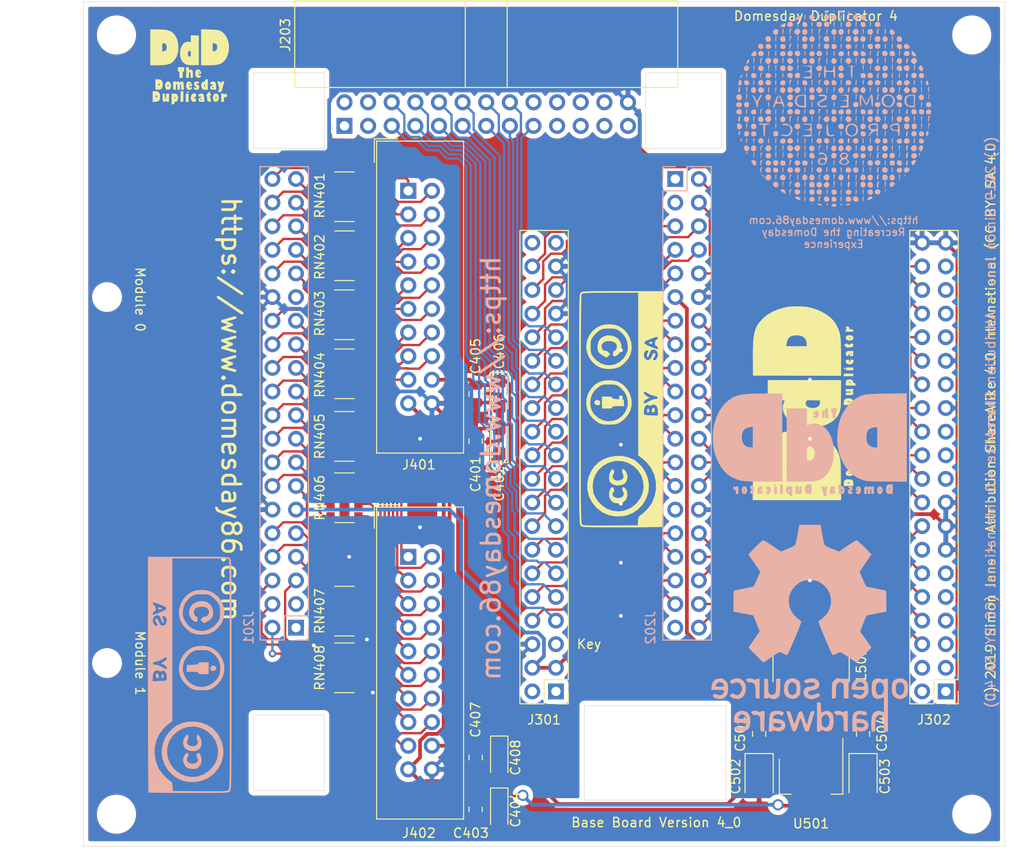
<source format=kicad_pcb>
(kicad_pcb (version 20171130) (host pcbnew "(5.1.4)-1")
  (layers (0 F.Cu signal) (31 B.Cu signal) (34 B.Paste user) (35 F.Paste user) (36 B.SilkS user) (37 F.SilkS user) (38 B.Mask user) (39 F.Mask user) (44 Edge.Cuts user))
  (net 0 "")
  (net 1 +5VA)
  (net 2 GND)
  (net 3 +3.3VA)
  (net 4 "/Cypress FX3/USB_PCLK")
  (net 5 "/Cypress FX3/USB_DATA31")
  (net 6 "/Cypress FX3/USB_DATA30")
  (net 7 "/Cypress FX3/USB_DATA29")
  (net 8 "/Cypress FX3/USB_DATA28")
  (net 9 "/Cypress FX3/USB_DATA27")
  (net 10 "/Cypress FX3/USB_DATA26")
  (net 11 "/Cypress FX3/USB_DATA25")
  (net 12 "/Cypress FX3/USB_DATA24")
  (net 13 "/Cypress FX3/USB_DATA23")
  (net 14 "/Cypress FX3/USB_DATA22")
  (net 15 "/Cypress FX3/USB_DATA21")
  (net 16 "/Cypress FX3/USB_DATA20")
  (net 17 "/Cypress FX3/USB_DATA19")
  (net 18 "/Cypress FX3/USB_DATA18")
  (net 19 "/Cypress FX3/USB_DATA17")
  (net 20 "/Cypress FX3/USB_DATA16")
  (net 21 "/Cypress FX3/USB_DATA15")
  (net 22 "/Cypress FX3/USB_DATA14")
  (net 23 "/Cypress FX3/USB_DATA13")
  (net 24 "/Cypress FX3/USB_DATA12")
  (net 25 "/Cypress FX3/USB_DATA11")
  (net 26 "/Cypress FX3/USB_DATA10")
  (net 27 "/Cypress FX3/USB_DATA9")
  (net 28 "/Cypress FX3/USB_DATA8")
  (net 29 +5V)
  (net 30 "/Cypress FX3/USB_DATA7")
  (net 31 "/Cypress FX3/USB_DATA6")
  (net 32 "/Cypress FX3/USB_DATA5")
  (net 33 "/Cypress FX3/USB_DATA4")
  (net 34 "/Cypress FX3/USB_DATA3")
  (net 35 "/Cypress FX3/USB_DATA2")
  (net 36 "/Cypress FX3/USB_DATA1")
  (net 37 "/Cypress FX3/USB_DATA0")
  (net 38 /DE0-Nano/MOD0_D0)
  (net 39 /DE0-Nano/MOD0_D1)
  (net 40 /DE0-Nano/MOD0_D2)
  (net 41 /DE0-Nano/MOD0_D3)
  (net 42 /DE0-Nano/MOD0_D4)
  (net 43 /DE0-Nano/MOD0_D5)
  (net 44 /DE0-Nano/MOD0_D6)
  (net 45 /DE0-Nano/MOD0_D7)
  (net 46 /DE0-Nano/MOD0_D8)
  (net 47 /DE0-Nano/MOD0_D9)
  (net 48 /DE0-Nano/MOD0_D10)
  (net 49 /DE0-Nano/MOD0_D11)
  (net 50 /DE0-Nano/MOD0_D12)
  (net 51 /DE0-Nano/MOD0_D13)
  (net 52 /DE0-Nano/MOD0_D14)
  (net 53 /DE0-Nano/MOD0_D15)
  (net 54 /DE0-Nano/MOD0_CLK)
  (net 55 /DE0-Nano/MOD1_D0)
  (net 56 /DE0-Nano/MOD1_D1)
  (net 57 /DE0-Nano/MOD1_D2)
  (net 58 /DE0-Nano/MOD1_D3)
  (net 59 /DE0-Nano/MOD1_D4)
  (net 60 /DE0-Nano/MOD1_D5)
  (net 61 /DE0-Nano/MOD1_D6)
  (net 62 /DE0-Nano/MOD1_D7)
  (net 63 /DE0-Nano/MOD1_D8)
  (net 64 /DE0-Nano/MOD1_D9)
  (net 65 /DE0-Nano/MOD1_D10)
  (net 66 /DE0-Nano/MOD1_D11)
  (net 67 /DE0-Nano/MOD1_D12)
  (net 68 /DE0-Nano/MOD1_D13)
  (net 69 /DE0-Nano/MOD1_D14)
  (net 70 /DE0-Nano/MOD1_D15)
  (net 71 "/Cypress FX3/USB_CTL0")
  (net 72 "/Cypress FX3/USB_CTL1")
  (net 73 "/Cypress FX3/USB_CTL2")
  (net 74 "/Cypress FX3/USB_CTL3")
  (net 75 "/Cypress FX3/USB_CTL4")
  (net 76 "/Cypress FX3/USB_CTL5")
  (net 77 "/Cypress FX3/USB_CTL6")
  (net 78 "/Cypress FX3/USB_CTL7")
  (net 79 "/Cypress FX3/USB_CTL8")
  (net 80 "/Cypress FX3/USB_CTL9")
  (net 81 "/Cypress FX3/USB_CTL10")
  (net 82 "/Cypress FX3/USB_CTL11")
  (net 83 "/Cypress FX3/USB_CTL12")
  (net 84 "/Module Headers/M0_D0")
  (net 85 "/Module Headers/M0_D1")
  (net 86 "/Module Headers/M0_D2")
  (net 87 "/Module Headers/M0_D3")
  (net 88 "/Module Headers/M0_D4")
  (net 89 "/Module Headers/M0_D5")
  (net 90 "/Module Headers/M0_D6")
  (net 91 "/Module Headers/M0_D7")
  (net 92 "/Module Headers/M0_D8")
  (net 93 "/Module Headers/M0_D9")
  (net 94 "/Module Headers/M0_D10")
  (net 95 "/Module Headers/M0_D11")
  (net 96 "/Module Headers/M0_D12")
  (net 97 "/Module Headers/M0_D13")
  (net 98 "/Module Headers/M0_D14")
  (net 99 "/Module Headers/M0_D15")
  (net 100 "/Module Headers/M1_D0")
  (net 101 "/Module Headers/M1_D1")
  (net 102 "/Module Headers/M1_D2")
  (net 103 "/Module Headers/M1_D3")
  (net 104 "/Module Headers/M1_D4")
  (net 105 "/Module Headers/M1_D5")
  (net 106 "/Module Headers/M1_D6")
  (net 107 "/Module Headers/M1_D7")
  (net 108 "/Module Headers/M1_D8")
  (net 109 "/Module Headers/M1_D9")
  (net 110 "/Module Headers/M1_D10")
  (net 111 "/Module Headers/M1_D11")
  (net 112 "/Module Headers/M1_D12")
  (net 113 "/Module Headers/M1_D13")
  (net 114 "/Module Headers/M1_D14")
  (net 115 "/Module Headers/M1_D15")
  (net 116 /DE0-Nano/MOD1_CLK)
  (module Logo:DdD_logo (layer B.Cu) (at 182.245 99.06 180)
    (fp_text reference G*** hide)
    (fp_text value LOGO hide)
  )
  (module "Logo:oshw logo" (layer B.Cu) (at 182.245 118.745 180)
    (fp_text reference G*** hide)
    (fp_text value LOGO hide)
  )
  (module "Logo:CC Licence" (layer B.Cu) (at 115.57 123.825 90)
    (fp_text reference G*** hide)
    (fp_text value LOGO hide)
  )
  (module "Logo:dd86 logo" (layer B.Cu) (at 184.785 62.865 180)
    (fp_text reference G*** hide)
    (fp_text value LOGO hide)
  )
  (module "Logo:CC Licence" (layer F.Cu) (at 161.925 95.25 90)
    (fp_text reference G*** hide)
    (fp_text value LOGO hide)
  )
  (module Logo:DdD_logo_square (layer F.Cu) (at 115.57 58.42)
    (fp_text reference G*** hide)
    (fp_text value LOGO hide)
  )
  (module Logo:DdD_logo (layer F.Cu) (at 181.61 94.615 90)
    (fp_text reference G*** hide)
    (fp_text value LOGO hide)
  )
  (module MountingHole:MountingHole_3.2mm_M3 (layer F.Cu) (at 199.644 138.811)
    (fp_text reference H605 hide)
    (fp_text value MountingHole)
    (pad 1 np_thru_hole circle (at 0 0) (size 3.2 3.2) (drill 3.2) (layers *.Cu *.Mask))
  )
  (module Connector_PinHeader_2.54mm:PinHeader_2x20_P2.54mm_Vertical (layer F.Cu) (at 154.94 125.603 180)
    (fp_text reference J301 (at 1.27 -3.048) (layer F.SilkS))
    (fp_text value GPIFII_J6)
    (pad 40 thru_hole oval (at 2.54 48.26 180) (size 1.7 1.7) (drill 1) (layers *.Cu *.Mask))
    (pad 39 thru_hole oval (at 0 48.26 180) (size 1.7 1.7) (drill 1) (layers *.Cu *.Mask))
    (pad 38 thru_hole oval (at 2.54 45.72 180) (size 1.7 1.7) (drill 1) (layers *.Cu *.Mask) (net 37 "/Cypress FX3/USB_DATA0"))
    (pad 37 thru_hole oval (at 0 45.72 180) (size 1.7 1.7) (drill 1) (layers *.Cu *.Mask) (net 2 GND))
    (pad 36 thru_hole oval (at 2.54 43.18 180) (size 1.7 1.7) (drill 1) (layers *.Cu *.Mask) (net 36 "/Cypress FX3/USB_DATA1"))
    (pad 35 thru_hole oval (at 0 43.18 180) (size 1.7 1.7) (drill 1) (layers *.Cu *.Mask) (net 4 "/Cypress FX3/USB_PCLK"))
    (pad 34 thru_hole oval (at 2.54 40.64 180) (size 1.7 1.7) (drill 1) (layers *.Cu *.Mask) (net 35 "/Cypress FX3/USB_DATA2"))
    (pad 33 thru_hole oval (at 0 40.64 180) (size 1.7 1.7) (drill 1) (layers *.Cu *.Mask) (net 2 GND))
    (pad 32 thru_hole oval (at 2.54 38.1 180) (size 1.7 1.7) (drill 1) (layers *.Cu *.Mask) (net 34 "/Cypress FX3/USB_DATA3"))
    (pad 31 thru_hole oval (at 0 38.1 180) (size 1.7 1.7) (drill 1) (layers *.Cu *.Mask) (net 71 "/Cypress FX3/USB_CTL0"))
    (pad 30 thru_hole oval (at 2.54 35.56 180) (size 1.7 1.7) (drill 1) (layers *.Cu *.Mask) (net 33 "/Cypress FX3/USB_DATA4"))
    (pad 29 thru_hole oval (at 0 35.56 180) (size 1.7 1.7) (drill 1) (layers *.Cu *.Mask) (net 72 "/Cypress FX3/USB_CTL1"))
    (pad 28 thru_hole oval (at 2.54 33.02 180) (size 1.7 1.7) (drill 1) (layers *.Cu *.Mask) (net 32 "/Cypress FX3/USB_DATA5"))
    (pad 27 thru_hole oval (at 0 33.02 180) (size 1.7 1.7) (drill 1) (layers *.Cu *.Mask) (net 73 "/Cypress FX3/USB_CTL2"))
    (pad 26 thru_hole oval (at 2.54 30.48 180) (size 1.7 1.7) (drill 1) (layers *.Cu *.Mask) (net 31 "/Cypress FX3/USB_DATA6"))
    (pad 25 thru_hole oval (at 0 30.48 180) (size 1.7 1.7) (drill 1) (layers *.Cu *.Mask) (net 74 "/Cypress FX3/USB_CTL3"))
    (pad 24 thru_hole oval (at 2.54 27.94 180) (size 1.7 1.7) (drill 1) (layers *.Cu *.Mask) (net 30 "/Cypress FX3/USB_DATA7"))
    (pad 23 thru_hole oval (at 0 27.94 180) (size 1.7 1.7) (drill 1) (layers *.Cu *.Mask) (net 75 "/Cypress FX3/USB_CTL4"))
    (pad 22 thru_hole oval (at 2.54 25.4 180) (size 1.7 1.7) (drill 1) (layers *.Cu *.Mask) (net 28 "/Cypress FX3/USB_DATA8"))
    (pad 21 thru_hole oval (at 0 25.4 180) (size 1.7 1.7) (drill 1) (layers *.Cu *.Mask) (net 76 "/Cypress FX3/USB_CTL5"))
    (pad 20 thru_hole oval (at 2.54 22.86 180) (size 1.7 1.7) (drill 1) (layers *.Cu *.Mask) (net 27 "/Cypress FX3/USB_DATA9"))
    (pad 19 thru_hole oval (at 0 22.86 180) (size 1.7 1.7) (drill 1) (layers *.Cu *.Mask) (net 77 "/Cypress FX3/USB_CTL6"))
    (pad 18 thru_hole oval (at 2.54 20.32 180) (size 1.7 1.7) (drill 1) (layers *.Cu *.Mask) (net 26 "/Cypress FX3/USB_DATA10"))
    (pad 17 thru_hole oval (at 0 20.32 180) (size 1.7 1.7) (drill 1) (layers *.Cu *.Mask) (net 78 "/Cypress FX3/USB_CTL7"))
    (pad 16 thru_hole oval (at 2.54 17.78 180) (size 1.7 1.7) (drill 1) (layers *.Cu *.Mask) (net 25 "/Cypress FX3/USB_DATA11"))
    (pad 15 thru_hole oval (at 0 17.78 180) (size 1.7 1.7) (drill 1) (layers *.Cu *.Mask) (net 79 "/Cypress FX3/USB_CTL8"))
    (pad 14 thru_hole oval (at 2.54 15.24 180) (size 1.7 1.7) (drill 1) (layers *.Cu *.Mask) (net 24 "/Cypress FX3/USB_DATA12"))
    (pad 13 thru_hole oval (at 0 15.24 180) (size 1.7 1.7) (drill 1) (layers *.Cu *.Mask) (net 80 "/Cypress FX3/USB_CTL9"))
    (pad 12 thru_hole oval (at 2.54 12.7 180) (size 1.7 1.7) (drill 1) (layers *.Cu *.Mask) (net 23 "/Cypress FX3/USB_DATA13"))
    (pad 11 thru_hole oval (at 0 12.7 180) (size 1.7 1.7) (drill 1) (layers *.Cu *.Mask) (net 81 "/Cypress FX3/USB_CTL10"))
    (pad 10 thru_hole oval (at 2.54 10.16 180) (size 1.7 1.7) (drill 1) (layers *.Cu *.Mask) (net 22 "/Cypress FX3/USB_DATA14"))
    (pad 9 thru_hole oval (at 0 10.16 180) (size 1.7 1.7) (drill 1) (layers *.Cu *.Mask) (net 82 "/Cypress FX3/USB_CTL11"))
    (pad 8 thru_hole oval (at 2.54 7.62 180) (size 1.7 1.7) (drill 1) (layers *.Cu *.Mask) (net 21 "/Cypress FX3/USB_DATA15"))
    (pad 7 thru_hole oval (at 0 7.62 180) (size 1.7 1.7) (drill 1) (layers *.Cu *.Mask) (net 83 "/Cypress FX3/USB_CTL12"))
    (pad 6 thru_hole oval (at 2.54 5.08 180) (size 1.7 1.7) (drill 1) (layers *.Cu *.Mask) (net 2 GND))
    (pad 5 thru_hole oval (at 0 5.08 180) (size 1.7 1.7) (drill 1) (layers *.Cu *.Mask))
    (pad 4 thru_hole oval (at 2.54 2.54 180) (size 1.7 1.7) (drill 1) (layers *.Cu *.Mask) (net 29 +5V))
    (pad 3 thru_hole oval (at 0 2.54 180) (size 1.7 1.7) (drill 1) (layers *.Cu *.Mask) (net 29 +5V))
    (pad 2 thru_hole oval (at 2.54 0 180) (size 1.7 1.7) (drill 1) (layers *.Cu *.Mask))
    (pad 1 thru_hole rect (at 0 0 180) (size 1.7 1.7) (drill 1) (layers *.Cu *.Mask))
  )
  (module Connector_PinHeader_2.54mm:PinHeader_2x20_P2.54mm_Vertical (layer F.Cu) (at 196.85 125.603 180)
    (fp_text reference J302 (at 1.27 -3.048) (layer F.SilkS))
    (fp_text value GPIFII_J7)
    (pad 1 thru_hole rect (at 0 0 180) (size 1.7 1.7) (drill 1) (layers *.Cu *.Mask))
    (pad 2 thru_hole oval (at 2.54 0 180) (size 1.7 1.7) (drill 1) (layers *.Cu *.Mask))
    (pad 3 thru_hole oval (at 0 2.54 180) (size 1.7 1.7) (drill 1) (layers *.Cu *.Mask))
    (pad 4 thru_hole oval (at 2.54 2.54 180) (size 1.7 1.7) (drill 1) (layers *.Cu *.Mask))
    (pad 5 thru_hole oval (at 0 5.08 180) (size 1.7 1.7) (drill 1) (layers *.Cu *.Mask))
    (pad 6 thru_hole oval (at 2.54 5.08 180) (size 1.7 1.7) (drill 1) (layers *.Cu *.Mask) (net 5 "/Cypress FX3/USB_DATA31"))
    (pad 7 thru_hole oval (at 0 7.62 180) (size 1.7 1.7) (drill 1) (layers *.Cu *.Mask))
    (pad 8 thru_hole oval (at 2.54 7.62 180) (size 1.7 1.7) (drill 1) (layers *.Cu *.Mask) (net 6 "/Cypress FX3/USB_DATA30"))
    (pad 9 thru_hole oval (at 0 10.16 180) (size 1.7 1.7) (drill 1) (layers *.Cu *.Mask))
    (pad 10 thru_hole oval (at 2.54 10.16 180) (size 1.7 1.7) (drill 1) (layers *.Cu *.Mask) (net 7 "/Cypress FX3/USB_DATA29"))
    (pad 11 thru_hole oval (at 0 12.7 180) (size 1.7 1.7) (drill 1) (layers *.Cu *.Mask))
    (pad 12 thru_hole oval (at 2.54 12.7 180) (size 1.7 1.7) (drill 1) (layers *.Cu *.Mask) (net 8 "/Cypress FX3/USB_DATA28"))
    (pad 13 thru_hole oval (at 0 15.24 180) (size 1.7 1.7) (drill 1) (layers *.Cu *.Mask) (net 2 GND))
    (pad 14 thru_hole oval (at 2.54 15.24 180) (size 1.7 1.7) (drill 1) (layers *.Cu *.Mask))
    (pad 15 thru_hole oval (at 0 17.78 180) (size 1.7 1.7) (drill 1) (layers *.Cu *.Mask) (net 2 GND))
    (pad 16 thru_hole oval (at 2.54 17.78 180) (size 1.7 1.7) (drill 1) (layers *.Cu *.Mask) (net 9 "/Cypress FX3/USB_DATA27"))
    (pad 17 thru_hole oval (at 0 20.32 180) (size 1.7 1.7) (drill 1) (layers *.Cu *.Mask) (net 2 GND))
    (pad 18 thru_hole oval (at 2.54 20.32 180) (size 1.7 1.7) (drill 1) (layers *.Cu *.Mask) (net 10 "/Cypress FX3/USB_DATA26"))
    (pad 19 thru_hole oval (at 0 22.86 180) (size 1.7 1.7) (drill 1) (layers *.Cu *.Mask))
    (pad 20 thru_hole oval (at 2.54 22.86 180) (size 1.7 1.7) (drill 1) (layers *.Cu *.Mask) (net 11 "/Cypress FX3/USB_DATA25"))
    (pad 21 thru_hole oval (at 0 25.4 180) (size 1.7 1.7) (drill 1) (layers *.Cu *.Mask))
    (pad 22 thru_hole oval (at 2.54 25.4 180) (size 1.7 1.7) (drill 1) (layers *.Cu *.Mask) (net 12 "/Cypress FX3/USB_DATA24"))
    (pad 23 thru_hole oval (at 0 27.94 180) (size 1.7 1.7) (drill 1) (layers *.Cu *.Mask))
    (pad 24 thru_hole oval (at 2.54 27.94 180) (size 1.7 1.7) (drill 1) (layers *.Cu *.Mask) (net 13 "/Cypress FX3/USB_DATA23"))
    (pad 25 thru_hole oval (at 0 30.48 180) (size 1.7 1.7) (drill 1) (layers *.Cu *.Mask) (net 2 GND))
    (pad 26 thru_hole oval (at 2.54 30.48 180) (size 1.7 1.7) (drill 1) (layers *.Cu *.Mask) (net 14 "/Cypress FX3/USB_DATA22"))
    (pad 27 thru_hole oval (at 0 33.02 180) (size 1.7 1.7) (drill 1) (layers *.Cu *.Mask))
    (pad 28 thru_hole oval (at 2.54 33.02 180) (size 1.7 1.7) (drill 1) (layers *.Cu *.Mask) (net 15 "/Cypress FX3/USB_DATA21"))
    (pad 29 thru_hole oval (at 0 35.56 180) (size 1.7 1.7) (drill 1) (layers *.Cu *.Mask) (net 2 GND))
    (pad 30 thru_hole oval (at 2.54 35.56 180) (size 1.7 1.7) (drill 1) (layers *.Cu *.Mask) (net 16 "/Cypress FX3/USB_DATA20"))
    (pad 31 thru_hole oval (at 0 38.1 180) (size 1.7 1.7) (drill 1) (layers *.Cu *.Mask))
    (pad 32 thru_hole oval (at 2.54 38.1 180) (size 1.7 1.7) (drill 1) (layers *.Cu *.Mask) (net 17 "/Cypress FX3/USB_DATA19"))
    (pad 33 thru_hole oval (at 0 40.64 180) (size 1.7 1.7) (drill 1) (layers *.Cu *.Mask))
    (pad 34 thru_hole oval (at 2.54 40.64 180) (size 1.7 1.7) (drill 1) (layers *.Cu *.Mask) (net 18 "/Cypress FX3/USB_DATA18"))
    (pad 35 thru_hole oval (at 0 43.18 180) (size 1.7 1.7) (drill 1) (layers *.Cu *.Mask))
    (pad 36 thru_hole oval (at 2.54 43.18 180) (size 1.7 1.7) (drill 1) (layers *.Cu *.Mask) (net 19 "/Cypress FX3/USB_DATA17"))
    (pad 37 thru_hole oval (at 0 45.72 180) (size 1.7 1.7) (drill 1) (layers *.Cu *.Mask))
    (pad 38 thru_hole oval (at 2.54 45.72 180) (size 1.7 1.7) (drill 1) (layers *.Cu *.Mask) (net 20 "/Cypress FX3/USB_DATA16"))
    (pad 39 thru_hole oval (at 0 48.26 180) (size 1.7 1.7) (drill 1) (layers *.Cu *.Mask) (net 2 GND))
    (pad 40 thru_hole oval (at 2.54 48.26 180) (size 1.7 1.7) (drill 1) (layers *.Cu *.Mask) (net 2 GND))
  )
  (module Capacitor_SMD:C_0805_2012Metric (layer F.Cu) (at 176.784 130.175 270)
    (fp_text reference C501 (at 0 2.032 90) (layer F.SilkS))
    (fp_text value 100nF)
    (pad 1 smd roundrect (at -0.9375 0 270) (size 0.975 1.4) (layers F.Cu F.Paste F.Mask) (net 1 +5VA))
    (pad 2 smd roundrect (at 0.9375 0 270) (size 0.975 1.4) (layers F.Cu F.Paste F.Mask) (net 2 GND))
  )
  (module Capacitor_Tantalum_SMD:CP_EIA-3528-21_Kemet-B (layer F.Cu) (at 176.784 134.747 270)
    (fp_text reference C502 (at 0 2.54 90) (layer F.SilkS))
    (fp_text value "10uF tant")
    (pad 1 smd roundrect (at -1.5375 0 270) (size 1.325 2.35) (layers F.Cu F.Paste F.Mask) (roundrect_rratio 0.188679) (net 1 +5VA))
    (pad 2 smd roundrect (at 1.5375 0 270) (size 1.325 2.35) (layers F.Cu F.Paste F.Mask) (roundrect_rratio 0.188679) (net 2 GND))
  )
  (module Capacitor_Tantalum_SMD:CP_EIA-3528-21_Kemet-B (layer F.Cu) (at 187.96 134.747 270)
    (fp_text reference C503 (at 0 -2.35 90) (layer F.SilkS))
    (fp_text value "10uF tant")
    (pad 2 smd roundrect (at 1.5375 0 270) (size 1.325 2.35) (layers F.Cu F.Paste F.Mask) (roundrect_rratio 0.188679) (net 2 GND))
    (pad 1 smd roundrect (at -1.5375 0 270) (size 1.325 2.35) (layers F.Cu F.Paste F.Mask) (roundrect_rratio 0.188679) (net 3 +3.3VA))
  )
  (module Capacitor_SMD:C_0805_2012Metric (layer F.Cu) (at 187.96 130.175 90)
    (fp_text reference C504 (at 0 2.032 90) (layer F.SilkS))
    (fp_text value 100nF)
    (pad 2 smd roundrect (at 0.9375 0 90) (size 0.975 1.4) (layers F.Cu F.Paste F.Mask) (net 2 GND))
    (pad 1 smd roundrect (at -0.9375 0 90) (size 0.975 1.4) (layers F.Cu F.Paste F.Mask) (net 3 +3.3VA))
  )
  (module Fiducial:Fiducial_0.5mm_Dia_1mm_Outer (layer F.Cu) (at 111.76 52.959)
    (fp_text reference FID601 hide)
    (fp_text value Fiducial)
    (pad "" smd circle (at 0 0) (size 0.5 0.5) (layers F.Cu F.Mask) (clearance 0.25))
  )
  (module Fiducial:Fiducial_0.5mm_Dia_1mm_Outer (layer F.Cu) (at 202.184 59.055)
    (fp_text reference FID602 hide)
    (fp_text value Fiducial)
    (pad "" smd circle (at 0 0) (size 0.5 0.5) (layers F.Cu F.Mask) (clearance 0.25))
  )
  (module Fiducial:Fiducial_0.5mm_Dia_1mm_Outer (layer F.Cu) (at 111.252 136.271)
    (fp_text reference FID603 hide)
    (fp_text value Fiducial)
    (pad "" smd circle (at 0 0) (size 0.5 0.5) (layers F.Cu F.Mask) (clearance 0.25))
  )
  (module MountingHole:MountingHole_3.2mm_M3 (layer F.Cu) (at 107.696 54.991)
    (fp_text reference H601 hide)
    (fp_text value MountingHole)
    (pad 1 np_thru_hole circle (at 0 0) (size 3.2 3.2) (drill 3.2) (layers *.Cu *.Mask))
  )
  (module MountingHole:MountingHole_3.2mm_M3 (layer F.Cu) (at 107.696 138.811)
    (fp_text reference H602 hide)
    (fp_text value MountingHole)
    (pad 1 np_thru_hole circle (at 0 0) (size 3.2 3.2) (drill 3.2) (layers *.Cu *.Mask))
  )
  (module MountingHole:MountingHole_3.2mm_M3 (layer F.Cu) (at 199.644 54.991)
    (fp_text reference H604 hide)
    (fp_text value MountingHole)
    (pad 1 np_thru_hole circle (at 0 0) (size 3.2 3.2) (drill 3.2) (layers *.Cu *.Mask))
  )
  (module Connector_PinSocket_2.54mm:PinSocket_2x20_P2.54mm_Vertical (layer B.Cu) (at 127 118.745)
    (fp_text reference J201 (at -5.08 0 90) (layer B.SilkS) (effects (justify mirror)))
    (fp_text value GPIO-0)
    (pad 40 thru_hole oval (at -2.54 -48.26) (size 1.7 1.7) (drill 1) (layers *.Cu *.Mask) (net 38 /DE0-Nano/MOD0_D0))
    (pad 39 thru_hole oval (at 0 -48.26) (size 1.7 1.7) (drill 1) (layers *.Cu *.Mask) (net 39 /DE0-Nano/MOD0_D1))
    (pad 38 thru_hole oval (at -2.54 -45.72) (size 1.7 1.7) (drill 1) (layers *.Cu *.Mask) (net 40 /DE0-Nano/MOD0_D2))
    (pad 37 thru_hole oval (at 0 -45.72) (size 1.7 1.7) (drill 1) (layers *.Cu *.Mask) (net 41 /DE0-Nano/MOD0_D3))
    (pad 36 thru_hole oval (at -2.54 -43.18) (size 1.7 1.7) (drill 1) (layers *.Cu *.Mask) (net 42 /DE0-Nano/MOD0_D4))
    (pad 35 thru_hole oval (at 0 -43.18) (size 1.7 1.7) (drill 1) (layers *.Cu *.Mask) (net 43 /DE0-Nano/MOD0_D5))
    (pad 34 thru_hole oval (at -2.54 -40.64) (size 1.7 1.7) (drill 1) (layers *.Cu *.Mask) (net 44 /DE0-Nano/MOD0_D6))
    (pad 33 thru_hole oval (at 0 -40.64) (size 1.7 1.7) (drill 1) (layers *.Cu *.Mask) (net 45 /DE0-Nano/MOD0_D7))
    (pad 32 thru_hole oval (at -2.54 -38.1) (size 1.7 1.7) (drill 1) (layers *.Cu *.Mask) (net 46 /DE0-Nano/MOD0_D8))
    (pad 31 thru_hole oval (at 0 -38.1) (size 1.7 1.7) (drill 1) (layers *.Cu *.Mask) (net 47 /DE0-Nano/MOD0_D9))
    (pad 30 thru_hole oval (at -2.54 -35.56) (size 1.7 1.7) (drill 1) (layers *.Cu *.Mask) (net 2 GND))
    (pad 29 thru_hole oval (at 0 -35.56) (size 1.7 1.7) (drill 1) (layers *.Cu *.Mask))
    (pad 28 thru_hole oval (at -2.54 -33.02) (size 1.7 1.7) (drill 1) (layers *.Cu *.Mask) (net 48 /DE0-Nano/MOD0_D10))
    (pad 27 thru_hole oval (at 0 -33.02) (size 1.7 1.7) (drill 1) (layers *.Cu *.Mask) (net 49 /DE0-Nano/MOD0_D11))
    (pad 26 thru_hole oval (at -2.54 -30.48) (size 1.7 1.7) (drill 1) (layers *.Cu *.Mask) (net 50 /DE0-Nano/MOD0_D12))
    (pad 25 thru_hole oval (at 0 -30.48) (size 1.7 1.7) (drill 1) (layers *.Cu *.Mask) (net 51 /DE0-Nano/MOD0_D13))
    (pad 24 thru_hole oval (at -2.54 -27.94) (size 1.7 1.7) (drill 1) (layers *.Cu *.Mask) (net 52 /DE0-Nano/MOD0_D14))
    (pad 23 thru_hole oval (at 0 -27.94) (size 1.7 1.7) (drill 1) (layers *.Cu *.Mask) (net 53 /DE0-Nano/MOD0_D15))
    (pad 22 thru_hole oval (at -2.54 -25.4) (size 1.7 1.7) (drill 1) (layers *.Cu *.Mask) (net 54 /DE0-Nano/MOD0_CLK))
    (pad 21 thru_hole oval (at 0 -25.4) (size 1.7 1.7) (drill 1) (layers *.Cu *.Mask) (net 55 /DE0-Nano/MOD1_D0))
    (pad 20 thru_hole oval (at -2.54 -22.86) (size 1.7 1.7) (drill 1) (layers *.Cu *.Mask) (net 56 /DE0-Nano/MOD1_D1))
    (pad 19 thru_hole oval (at 0 -22.86) (size 1.7 1.7) (drill 1) (layers *.Cu *.Mask) (net 57 /DE0-Nano/MOD1_D2))
    (pad 18 thru_hole oval (at -2.54 -20.32) (size 1.7 1.7) (drill 1) (layers *.Cu *.Mask) (net 58 /DE0-Nano/MOD1_D3))
    (pad 17 thru_hole oval (at 0 -20.32) (size 1.7 1.7) (drill 1) (layers *.Cu *.Mask) (net 59 /DE0-Nano/MOD1_D4))
    (pad 16 thru_hole oval (at -2.54 -17.78) (size 1.7 1.7) (drill 1) (layers *.Cu *.Mask) (net 60 /DE0-Nano/MOD1_D5))
    (pad 15 thru_hole oval (at 0 -17.78) (size 1.7 1.7) (drill 1) (layers *.Cu *.Mask) (net 61 /DE0-Nano/MOD1_D6))
    (pad 14 thru_hole oval (at -2.54 -15.24) (size 1.7 1.7) (drill 1) (layers *.Cu *.Mask) (net 62 /DE0-Nano/MOD1_D7))
    (pad 13 thru_hole oval (at 0 -15.24) (size 1.7 1.7) (drill 1) (layers *.Cu *.Mask) (net 63 /DE0-Nano/MOD1_D8))
    (pad 12 thru_hole oval (at -2.54 -12.7) (size 1.7 1.7) (drill 1) (layers *.Cu *.Mask) (net 2 GND))
    (pad 11 thru_hole oval (at 0 -12.7) (size 1.7 1.7) (drill 1) (layers *.Cu *.Mask) (net 29 +5V))
    (pad 10 thru_hole oval (at -2.54 -10.16) (size 1.7 1.7) (drill 1) (layers *.Cu *.Mask) (net 64 /DE0-Nano/MOD1_D9))
    (pad 9 thru_hole oval (at 0 -10.16) (size 1.7 1.7) (drill 1) (layers *.Cu *.Mask) (net 65 /DE0-Nano/MOD1_D10))
    (pad 8 thru_hole oval (at -2.54 -7.62) (size 1.7 1.7) (drill 1) (layers *.Cu *.Mask) (net 66 /DE0-Nano/MOD1_D11))
    (pad 7 thru_hole oval (at 0 -7.62) (size 1.7 1.7) (drill 1) (layers *.Cu *.Mask) (net 67 /DE0-Nano/MOD1_D12))
    (pad 6 thru_hole oval (at -2.54 -5.08) (size 1.7 1.7) (drill 1) (layers *.Cu *.Mask) (net 68 /DE0-Nano/MOD1_D13))
    (pad 5 thru_hole oval (at 0 -5.08) (size 1.7 1.7) (drill 1) (layers *.Cu *.Mask) (net 69 /DE0-Nano/MOD1_D14))
    (pad 4 thru_hole oval (at -2.54 -2.54) (size 1.7 1.7) (drill 1) (layers *.Cu *.Mask) (net 70 /DE0-Nano/MOD1_D15))
    (pad 3 thru_hole oval (at 0 -2.54) (size 1.7 1.7) (drill 1) (layers *.Cu *.Mask))
    (pad 2 thru_hole oval (at -2.54 0) (size 1.7 1.7) (drill 1) (layers *.Cu *.Mask) (net 116 /DE0-Nano/MOD1_CLK))
    (pad 1 thru_hole rect (at 0 0) (size 1.7 1.7) (drill 1) (layers *.Cu *.Mask))
  )
  (module Connector_PinSocket_2.54mm:PinSocket_2x20_P2.54mm_Vertical (layer B.Cu) (at 167.767 70.485 180)
    (fp_text reference J202 (at 2.667 -48.26 90) (layer B.SilkS) (effects (justify mirror)))
    (fp_text value GPIO-1)
    (pad 1 thru_hole rect (at 0 0 180) (size 1.7 1.7) (drill 1) (layers *.Cu *.Mask))
    (pad 2 thru_hole oval (at -2.54 0 180) (size 1.7 1.7) (drill 1) (layers *.Cu *.Mask) (net 20 "/Cypress FX3/USB_DATA16"))
    (pad 3 thru_hole oval (at 0 -2.54 180) (size 1.7 1.7) (drill 1) (layers *.Cu *.Mask))
    (pad 4 thru_hole oval (at -2.54 -2.54 180) (size 1.7 1.7) (drill 1) (layers *.Cu *.Mask) (net 19 "/Cypress FX3/USB_DATA17"))
    (pad 5 thru_hole oval (at 0 -5.08 180) (size 1.7 1.7) (drill 1) (layers *.Cu *.Mask) (net 37 "/Cypress FX3/USB_DATA0"))
    (pad 6 thru_hole oval (at -2.54 -5.08 180) (size 1.7 1.7) (drill 1) (layers *.Cu *.Mask) (net 36 "/Cypress FX3/USB_DATA1"))
    (pad 7 thru_hole oval (at 0 -7.62 180) (size 1.7 1.7) (drill 1) (layers *.Cu *.Mask) (net 35 "/Cypress FX3/USB_DATA2"))
    (pad 8 thru_hole oval (at -2.54 -7.62 180) (size 1.7 1.7) (drill 1) (layers *.Cu *.Mask) (net 4 "/Cypress FX3/USB_PCLK"))
    (pad 9 thru_hole oval (at 0 -10.16 180) (size 1.7 1.7) (drill 1) (layers *.Cu *.Mask) (net 34 "/Cypress FX3/USB_DATA3"))
    (pad 10 thru_hole oval (at -2.54 -10.16 180) (size 1.7 1.7) (drill 1) (layers *.Cu *.Mask) (net 18 "/Cypress FX3/USB_DATA18"))
    (pad 11 thru_hole oval (at 0 -12.7 180) (size 1.7 1.7) (drill 1) (layers *.Cu *.Mask) (net 29 +5V))
    (pad 12 thru_hole oval (at -2.54 -12.7 180) (size 1.7 1.7) (drill 1) (layers *.Cu *.Mask) (net 2 GND))
    (pad 13 thru_hole oval (at 0 -15.24 180) (size 1.7 1.7) (drill 1) (layers *.Cu *.Mask) (net 33 "/Cypress FX3/USB_DATA4"))
    (pad 14 thru_hole oval (at -2.54 -15.24 180) (size 1.7 1.7) (drill 1) (layers *.Cu *.Mask) (net 17 "/Cypress FX3/USB_DATA19"))
    (pad 15 thru_hole oval (at 0 -17.78 180) (size 1.7 1.7) (drill 1) (layers *.Cu *.Mask) (net 32 "/Cypress FX3/USB_DATA5"))
    (pad 16 thru_hole oval (at -2.54 -17.78 180) (size 1.7 1.7) (drill 1) (layers *.Cu *.Mask) (net 16 "/Cypress FX3/USB_DATA20"))
    (pad 17 thru_hole oval (at 0 -20.32 180) (size 1.7 1.7) (drill 1) (layers *.Cu *.Mask) (net 31 "/Cypress FX3/USB_DATA6"))
    (pad 18 thru_hole oval (at -2.54 -20.32 180) (size 1.7 1.7) (drill 1) (layers *.Cu *.Mask) (net 15 "/Cypress FX3/USB_DATA21"))
    (pad 19 thru_hole oval (at 0 -22.86 180) (size 1.7 1.7) (drill 1) (layers *.Cu *.Mask) (net 30 "/Cypress FX3/USB_DATA7"))
    (pad 20 thru_hole oval (at -2.54 -22.86 180) (size 1.7 1.7) (drill 1) (layers *.Cu *.Mask) (net 14 "/Cypress FX3/USB_DATA22"))
    (pad 21 thru_hole oval (at 0 -25.4 180) (size 1.7 1.7) (drill 1) (layers *.Cu *.Mask) (net 28 "/Cypress FX3/USB_DATA8"))
    (pad 22 thru_hole oval (at -2.54 -25.4 180) (size 1.7 1.7) (drill 1) (layers *.Cu *.Mask) (net 13 "/Cypress FX3/USB_DATA23"))
    (pad 23 thru_hole oval (at 0 -27.94 180) (size 1.7 1.7) (drill 1) (layers *.Cu *.Mask) (net 27 "/Cypress FX3/USB_DATA9"))
    (pad 24 thru_hole oval (at -2.54 -27.94 180) (size 1.7 1.7) (drill 1) (layers *.Cu *.Mask) (net 12 "/Cypress FX3/USB_DATA24"))
    (pad 25 thru_hole oval (at 0 -30.48 180) (size 1.7 1.7) (drill 1) (layers *.Cu *.Mask) (net 26 "/Cypress FX3/USB_DATA10"))
    (pad 26 thru_hole oval (at -2.54 -30.48 180) (size 1.7 1.7) (drill 1) (layers *.Cu *.Mask) (net 11 "/Cypress FX3/USB_DATA25"))
    (pad 27 thru_hole oval (at 0 -33.02 180) (size 1.7 1.7) (drill 1) (layers *.Cu *.Mask) (net 25 "/Cypress FX3/USB_DATA11"))
    (pad 28 thru_hole oval (at -2.54 -33.02 180) (size 1.7 1.7) (drill 1) (layers *.Cu *.Mask) (net 10 "/Cypress FX3/USB_DATA26"))
    (pad 29 thru_hole oval (at 0 -35.56 180) (size 1.7 1.7) (drill 1) (layers *.Cu *.Mask))
    (pad 30 thru_hole oval (at -2.54 -35.56 180) (size 1.7 1.7) (drill 1) (layers *.Cu *.Mask) (net 2 GND))
    (pad 31 thru_hole oval (at 0 -38.1 180) (size 1.7 1.7) (drill 1) (layers *.Cu *.Mask) (net 24 "/Cypress FX3/USB_DATA12"))
    (pad 32 thru_hole oval (at -2.54 -38.1 180) (size 1.7 1.7) (drill 1) (layers *.Cu *.Mask) (net 9 "/Cypress FX3/USB_DATA27"))
    (pad 33 thru_hole oval (at 0 -40.64 180) (size 1.7 1.7) (drill 1) (layers *.Cu *.Mask) (net 23 "/Cypress FX3/USB_DATA13"))
    (pad 34 thru_hole oval (at -2.54 -40.64 180) (size 1.7 1.7) (drill 1) (layers *.Cu *.Mask) (net 8 "/Cypress FX3/USB_DATA28"))
    (pad 35 thru_hole oval (at 0 -43.18 180) (size 1.7 1.7) (drill 1) (layers *.Cu *.Mask) (net 22 "/Cypress FX3/USB_DATA14"))
    (pad 36 thru_hole oval (at -2.54 -43.18 180) (size 1.7 1.7) (drill 1) (layers *.Cu *.Mask) (net 7 "/Cypress FX3/USB_DATA29"))
    (pad 37 thru_hole oval (at 0 -45.72 180) (size 1.7 1.7) (drill 1) (layers *.Cu *.Mask) (net 21 "/Cypress FX3/USB_DATA15"))
    (pad 38 thru_hole oval (at -2.54 -45.72 180) (size 1.7 1.7) (drill 1) (layers *.Cu *.Mask) (net 6 "/Cypress FX3/USB_DATA30"))
    (pad 39 thru_hole oval (at 0 -48.26 180) (size 1.7 1.7) (drill 1) (layers *.Cu *.Mask))
    (pad 40 thru_hole oval (at -2.54 -48.26 180) (size 1.7 1.7) (drill 1) (layers *.Cu *.Mask) (net 5 "/Cypress FX3/USB_DATA31"))
  )
  (module Inductor_SMD:L_Bourns_SRN8040TA (layer F.Cu) (at 182.372 122.555 270)
    (fp_text reference L501 (at 0.1 -5.4 270) (layer F.SilkS))
    (fp_text value 100uH)
    (pad 1 smd rect (at -2.825 0 180) (size 6.6 2.85) (layers F.Cu F.Paste F.Mask) (net 29 +5V))
    (pad 2 smd rect (at 2.825 0 180) (size 6.6 2.85) (layers F.Cu F.Paste F.Mask) (net 1 +5VA))
  )
  (module Package_TO_SOT_SMD:SOT-223-3_TabPin2 (layer F.Cu) (at 182.372 134.747 270)
    (fp_text reference U501 (at 5.08 0 180) (layer F.SilkS))
    (fp_text value LM1117-3.3)
    (pad 2 smd rect (at 3.15 0 270) (size 2 3.8) (layers F.Cu F.Paste F.Mask) (net 3 +3.3VA))
    (pad 2 smd rect (at -3.15 0 270) (size 2 1.5) (layers F.Cu F.Paste F.Mask) (net 3 +3.3VA))
    (pad 3 smd rect (at -3.15 2.3 270) (size 2 1.5) (layers F.Cu F.Paste F.Mask) (net 1 +5VA))
    (pad 1 smd rect (at -3.15 -2.3 270) (size 2 1.5) (layers F.Cu F.Paste F.Mask) (net 2 GND))
  )
  (module Capacitor_SMD:C_0805_2012Metric (layer F.Cu) (at 146.304 98.679 90)
    (fp_text reference C401 (at -3.556 0 90) (layer F.SilkS))
    (fp_text value 100nF)
    (pad 1 smd roundrect (at -0.9375 0 90) (size 0.975 1.4) (layers F.Cu F.Paste F.Mask) (net 3 +3.3VA))
    (pad 2 smd roundrect (at 0.9375 0 90) (size 0.975 1.4) (layers F.Cu F.Paste F.Mask) (net 2 GND))
  )
  (module Capacitor_SMD:C_0805_2012Metric (layer F.Cu) (at 146.304 138.303 270)
    (fp_text reference C403 (at 2.54 0.508) (layer F.SilkS))
    (fp_text value 100nF)
    (pad 1 smd roundrect (at -0.9375 0 270) (size 0.975 1.4) (layers F.Cu F.Paste F.Mask) (net 3 +3.3VA))
    (pad 2 smd roundrect (at 0.9375 0 270) (size 0.975 1.4) (layers F.Cu F.Paste F.Mask) (net 2 GND))
  )
  (module Capacitor_Tantalum_SMD:CP_EIA-3216-18_Kemet-A (layer F.Cu) (at 148.844 98.679 90)
    (fp_text reference C402 (at -4.572 0 90) (layer F.SilkS))
    (fp_text value "2.2uF tant")
    (pad 1 smd roundrect (at -1.35 0 90) (size 1.4 1.35) (layers F.Cu F.Paste F.Mask) (roundrect_rratio 0.185185) (net 3 +3.3VA))
    (pad 2 smd roundrect (at 1.35 0 90) (size 1.4 1.35) (layers F.Cu F.Paste F.Mask) (roundrect_rratio 0.185185) (net 2 GND))
  )
  (module Capacitor_Tantalum_SMD:CP_EIA-3216-18_Kemet-A (layer F.Cu) (at 148.844 138.303 270)
    (fp_text reference C404 (at 0 -1.75 90) (layer F.SilkS))
    (fp_text value "2.2uF tant")
    (pad 1 smd roundrect (at -1.35 0 270) (size 1.4 1.35) (layers F.Cu F.Paste F.Mask) (roundrect_rratio 0.185185) (net 3 +3.3VA))
    (pad 2 smd roundrect (at 1.35 0 270) (size 1.4 1.35) (layers F.Cu F.Paste F.Mask) (roundrect_rratio 0.185185) (net 2 GND))
  )
  (module Resistor_SMD:R_Array_Convex_4x1206 (layer F.Cu) (at 132.207 72.39)
    (fp_text reference RN401 (at -2.667 -0.127 90) (layer F.SilkS))
    (fp_text value 22R)
    (pad 6 smd rect (at 1.5 0.66) (size 0.9 0.9) (layers F.Cu F.Paste F.Mask) (net 86 "/Module Headers/M0_D2"))
    (pad 5 smd rect (at 1.5 2) (size 0.9 0.9) (layers F.Cu F.Paste F.Mask) (net 87 "/Module Headers/M0_D3"))
    (pad 8 smd rect (at 1.5 -2) (size 0.9 0.9) (layers F.Cu F.Paste F.Mask) (net 84 "/Module Headers/M0_D0"))
    (pad 7 smd rect (at 1.5 -0.66) (size 0.9 0.9) (layers F.Cu F.Paste F.Mask) (net 85 "/Module Headers/M0_D1"))
    (pad 3 smd rect (at -1.5 0.66) (size 0.9 0.9) (layers F.Cu F.Paste F.Mask) (net 40 /DE0-Nano/MOD0_D2))
    (pad 2 smd rect (at -1.5 -0.66) (size 0.9 0.9) (layers F.Cu F.Paste F.Mask) (net 39 /DE0-Nano/MOD0_D1))
    (pad 4 smd rect (at -1.5 2) (size 0.9 0.9) (layers F.Cu F.Paste F.Mask) (net 41 /DE0-Nano/MOD0_D3))
    (pad 1 smd rect (at -1.5 -2) (size 0.9 0.9) (layers F.Cu F.Paste F.Mask) (net 38 /DE0-Nano/MOD0_D0))
  )
  (module Resistor_SMD:R_Array_Convex_4x1206 (layer F.Cu) (at 132.207 78.74)
    (fp_text reference RN402 (at -2.667 0.127 90) (layer F.SilkS))
    (fp_text value 22R)
    (pad 1 smd rect (at -1.5 -2) (size 0.9 0.9) (layers F.Cu F.Paste F.Mask) (net 42 /DE0-Nano/MOD0_D4))
    (pad 4 smd rect (at -1.5 2) (size 0.9 0.9) (layers F.Cu F.Paste F.Mask) (net 45 /DE0-Nano/MOD0_D7))
    (pad 2 smd rect (at -1.5 -0.66) (size 0.9 0.9) (layers F.Cu F.Paste F.Mask) (net 43 /DE0-Nano/MOD0_D5))
    (pad 3 smd rect (at -1.5 0.66) (size 0.9 0.9) (layers F.Cu F.Paste F.Mask) (net 44 /DE0-Nano/MOD0_D6))
    (pad 7 smd rect (at 1.5 -0.66) (size 0.9 0.9) (layers F.Cu F.Paste F.Mask) (net 89 "/Module Headers/M0_D5"))
    (pad 8 smd rect (at 1.5 -2) (size 0.9 0.9) (layers F.Cu F.Paste F.Mask) (net 88 "/Module Headers/M0_D4"))
    (pad 5 smd rect (at 1.5 2) (size 0.9 0.9) (layers F.Cu F.Paste F.Mask) (net 91 "/Module Headers/M0_D7"))
    (pad 6 smd rect (at 1.5 0.66) (size 0.9 0.9) (layers F.Cu F.Paste F.Mask) (net 90 "/Module Headers/M0_D6"))
  )
  (module Resistor_SMD:R_Array_Convex_4x1206 (layer F.Cu) (at 132.207 85.09)
    (fp_text reference RN403 (at -2.667 -0.127 90) (layer F.SilkS))
    (fp_text value 22R)
    (pad 6 smd rect (at 1.5 0.66) (size 0.9 0.9) (layers F.Cu F.Paste F.Mask) (net 94 "/Module Headers/M0_D10"))
    (pad 5 smd rect (at 1.5 2) (size 0.9 0.9) (layers F.Cu F.Paste F.Mask) (net 95 "/Module Headers/M0_D11"))
    (pad 8 smd rect (at 1.5 -2) (size 0.9 0.9) (layers F.Cu F.Paste F.Mask) (net 92 "/Module Headers/M0_D8"))
    (pad 7 smd rect (at 1.5 -0.66) (size 0.9 0.9) (layers F.Cu F.Paste F.Mask) (net 93 "/Module Headers/M0_D9"))
    (pad 3 smd rect (at -1.5 0.66) (size 0.9 0.9) (layers F.Cu F.Paste F.Mask) (net 48 /DE0-Nano/MOD0_D10))
    (pad 2 smd rect (at -1.5 -0.66) (size 0.9 0.9) (layers F.Cu F.Paste F.Mask) (net 47 /DE0-Nano/MOD0_D9))
    (pad 4 smd rect (at -1.5 2) (size 0.9 0.9) (layers F.Cu F.Paste F.Mask) (net 49 /DE0-Nano/MOD0_D11))
    (pad 1 smd rect (at -1.5 -2) (size 0.9 0.9) (layers F.Cu F.Paste F.Mask) (net 46 /DE0-Nano/MOD0_D8))
  )
  (module Resistor_SMD:R_Array_Convex_4x1206 (layer F.Cu) (at 132.207 91.44)
    (fp_text reference RN404 (at -2.667 0.127 90) (layer F.SilkS))
    (fp_text value 22R)
    (pad 1 smd rect (at -1.5 -2) (size 0.9 0.9) (layers F.Cu F.Paste F.Mask) (net 50 /DE0-Nano/MOD0_D12))
    (pad 4 smd rect (at -1.5 2) (size 0.9 0.9) (layers F.Cu F.Paste F.Mask) (net 53 /DE0-Nano/MOD0_D15))
    (pad 2 smd rect (at -1.5 -0.66) (size 0.9 0.9) (layers F.Cu F.Paste F.Mask) (net 51 /DE0-Nano/MOD0_D13))
    (pad 3 smd rect (at -1.5 0.66) (size 0.9 0.9) (layers F.Cu F.Paste F.Mask) (net 52 /DE0-Nano/MOD0_D14))
    (pad 7 smd rect (at 1.5 -0.66) (size 0.9 0.9) (layers F.Cu F.Paste F.Mask) (net 97 "/Module Headers/M0_D13"))
    (pad 8 smd rect (at 1.5 -2) (size 0.9 0.9) (layers F.Cu F.Paste F.Mask) (net 96 "/Module Headers/M0_D12"))
    (pad 5 smd rect (at 1.5 2) (size 0.9 0.9) (layers F.Cu F.Paste F.Mask) (net 99 "/Module Headers/M0_D15"))
    (pad 6 smd rect (at 1.5 0.66) (size 0.9 0.9) (layers F.Cu F.Paste F.Mask) (net 98 "/Module Headers/M0_D14"))
  )
  (module MountingHole:MountingHole_2.2mm_M2 (layer F.Cu) (at 106.68 83.185)
    (fp_text reference H603 hide)
    (fp_text value MountingHole)
    (pad 1 np_thru_hole circle (at 0 0) (size 2.2 2.2) (drill 2.2) (layers *.Cu *.Mask))
  )
  (module MountingHole:MountingHole_2.2mm_M2 (layer F.Cu) (at 106.68 122.555)
    (fp_text reference H606 hide)
    (fp_text value MountingHole)
    (pad 1 np_thru_hole circle (at 0 0) (size 2.2 2.2) (drill 2.2) (layers *.Cu *.Mask))
  )
  (module Connector_IDC:IDC-Header_2x10_P2.54mm_Vertical (layer F.Cu) (at 139.065 71.755)
    (fp_text reference J401 (at 1.143 29.464 180) (layer F.SilkS))
    (fp_text value MOD0_Connector)
    (pad 1 thru_hole rect (at 0 0) (size 1.7272 1.7272) (drill 1.016) (layers *.Cu *.Mask) (net 84 "/Module Headers/M0_D0"))
    (pad 2 thru_hole oval (at 2.54 0) (size 1.7272 1.7272) (drill 1.016) (layers *.Cu *.Mask) (net 85 "/Module Headers/M0_D1"))
    (pad 3 thru_hole oval (at 0 2.54) (size 1.7272 1.7272) (drill 1.016) (layers *.Cu *.Mask) (net 86 "/Module Headers/M0_D2"))
    (pad 4 thru_hole oval (at 2.54 2.54) (size 1.7272 1.7272) (drill 1.016) (layers *.Cu *.Mask) (net 87 "/Module Headers/M0_D3"))
    (pad 5 thru_hole oval (at 0 5.08) (size 1.7272 1.7272) (drill 1.016) (layers *.Cu *.Mask) (net 88 "/Module Headers/M0_D4"))
    (pad 6 thru_hole oval (at 2.54 5.08) (size 1.7272 1.7272) (drill 1.016) (layers *.Cu *.Mask) (net 89 "/Module Headers/M0_D5"))
    (pad 7 thru_hole oval (at 0 7.62) (size 1.7272 1.7272) (drill 1.016) (layers *.Cu *.Mask) (net 90 "/Module Headers/M0_D6"))
    (pad 8 thru_hole oval (at 2.54 7.62) (size 1.7272 1.7272) (drill 1.016) (layers *.Cu *.Mask) (net 91 "/Module Headers/M0_D7"))
    (pad 9 thru_hole oval (at 0 10.16) (size 1.7272 1.7272) (drill 1.016) (layers *.Cu *.Mask) (net 92 "/Module Headers/M0_D8"))
    (pad 10 thru_hole oval (at 2.54 10.16) (size 1.7272 1.7272) (drill 1.016) (layers *.Cu *.Mask) (net 93 "/Module Headers/M0_D9"))
    (pad 11 thru_hole oval (at 0 12.7) (size 1.7272 1.7272) (drill 1.016) (layers *.Cu *.Mask) (net 94 "/Module Headers/M0_D10"))
    (pad 12 thru_hole oval (at 2.54 12.7) (size 1.7272 1.7272) (drill 1.016) (layers *.Cu *.Mask) (net 95 "/Module Headers/M0_D11"))
    (pad 13 thru_hole oval (at 0 15.24) (size 1.7272 1.7272) (drill 1.016) (layers *.Cu *.Mask) (net 96 "/Module Headers/M0_D12"))
    (pad 14 thru_hole oval (at 2.54 15.24) (size 1.7272 1.7272) (drill 1.016) (layers *.Cu *.Mask) (net 97 "/Module Headers/M0_D13"))
    (pad 15 thru_hole oval (at 0 17.78) (size 1.7272 1.7272) (drill 1.016) (layers *.Cu *.Mask) (net 98 "/Module Headers/M0_D14"))
    (pad 16 thru_hole oval (at 2.54 17.78) (size 1.7272 1.7272) (drill 1.016) (layers *.Cu *.Mask) (net 99 "/Module Headers/M0_D15"))
    (pad 17 thru_hole oval (at 0 20.32) (size 1.7272 1.7272) (drill 1.016) (layers *.Cu *.Mask) (net 54 /DE0-Nano/MOD0_CLK))
    (pad 18 thru_hole oval (at 2.54 20.32) (size 1.7272 1.7272) (drill 1.016) (layers *.Cu *.Mask) (net 1 +5VA))
    (pad 19 thru_hole oval (at 0 22.86) (size 1.7272 1.7272) (drill 1.016) (layers *.Cu *.Mask) (net 3 +3.3VA))
    (pad 20 thru_hole oval (at 2.54 22.86) (size 1.7272 1.7272) (drill 1.016) (layers *.Cu *.Mask) (net 2 GND))
  )
  (module Capacitor_SMD:C_0805_2012Metric (layer F.Cu) (at 146.304 93.599 270)
    (fp_text reference C405 (at -4.064 0 90) (layer F.SilkS))
    (fp_text value 100nF)
    (pad 1 smd roundrect (at -0.9375 0 270) (size 0.975 1.4) (layers F.Cu F.Paste F.Mask) (net 1 +5VA))
    (pad 2 smd roundrect (at 0.9375 0 270) (size 0.975 1.4) (layers F.Cu F.Paste F.Mask) (net 2 GND))
  )
  (module Capacitor_Tantalum_SMD:CP_EIA-3216-18_Kemet-A (layer F.Cu) (at 148.844 93.599 270)
    (fp_text reference C406 (at -4.572 0 90) (layer F.SilkS))
    (fp_text value "2.2uF tant")
    (pad 1 smd roundrect (at -1.35 0 270) (size 1.4 1.35) (layers F.Cu F.Paste F.Mask) (roundrect_rratio 0.185185) (net 1 +5VA))
    (pad 2 smd roundrect (at 1.35 0 270) (size 1.4 1.35) (layers F.Cu F.Paste F.Mask) (roundrect_rratio 0.185185) (net 2 GND))
  )
  (module Capacitor_SMD:C_0805_2012Metric (layer F.Cu) (at 146.304 132.715 270)
    (fp_text reference C407 (at -4.064 0 90) (layer F.SilkS))
    (fp_text value 100nF)
    (pad 2 smd roundrect (at 0.9375 0 270) (size 0.975 1.4) (layers F.Cu F.Paste F.Mask) (net 2 GND))
    (pad 1 smd roundrect (at -0.9375 0 270) (size 0.975 1.4) (layers F.Cu F.Paste F.Mask) (net 1 +5VA))
  )
  (module Capacitor_Tantalum_SMD:CP_EIA-3216-18_Kemet-A (layer F.Cu) (at 148.844 132.715 270)
    (fp_text reference C408 (at 0 -1.75 90) (layer F.SilkS))
    (fp_text value "2.2uF tant")
    (pad 2 smd roundrect (at 1.35 0 270) (size 1.4 1.35) (layers F.Cu F.Paste F.Mask) (roundrect_rratio 0.185185) (net 2 GND))
    (pad 1 smd roundrect (at -1.35 0 270) (size 1.4 1.35) (layers F.Cu F.Paste F.Mask) (roundrect_rratio 0.185185) (net 1 +5VA))
  )
  (module Connector_IDC:IDC-Header_2x10_P2.54mm_Vertical (layer F.Cu) (at 139.065 111.125)
    (fp_text reference J402 (at 1.143 29.718 180) (layer F.SilkS))
    (fp_text value MOD1_Connector)
    (pad 1 thru_hole rect (at 0 0) (size 1.7272 1.7272) (drill 1.016) (layers *.Cu *.Mask) (net 100 "/Module Headers/M1_D0"))
    (pad 2 thru_hole oval (at 2.54 0) (size 1.7272 1.7272) (drill 1.016) (layers *.Cu *.Mask) (net 101 "/Module Headers/M1_D1"))
    (pad 3 thru_hole oval (at 0 2.54) (size 1.7272 1.7272) (drill 1.016) (layers *.Cu *.Mask) (net 102 "/Module Headers/M1_D2"))
    (pad 4 thru_hole oval (at 2.54 2.54) (size 1.7272 1.7272) (drill 1.016) (layers *.Cu *.Mask) (net 103 "/Module Headers/M1_D3"))
    (pad 5 thru_hole oval (at 0 5.08) (size 1.7272 1.7272) (drill 1.016) (layers *.Cu *.Mask) (net 104 "/Module Headers/M1_D4"))
    (pad 6 thru_hole oval (at 2.54 5.08) (size 1.7272 1.7272) (drill 1.016) (layers *.Cu *.Mask) (net 105 "/Module Headers/M1_D5"))
    (pad 7 thru_hole oval (at 0 7.62) (size 1.7272 1.7272) (drill 1.016) (layers *.Cu *.Mask) (net 106 "/Module Headers/M1_D6"))
    (pad 8 thru_hole oval (at 2.54 7.62) (size 1.7272 1.7272) (drill 1.016) (layers *.Cu *.Mask) (net 107 "/Module Headers/M1_D7"))
    (pad 9 thru_hole oval (at 0 10.16) (size 1.7272 1.7272) (drill 1.016) (layers *.Cu *.Mask) (net 108 "/Module Headers/M1_D8"))
    (pad 10 thru_hole oval (at 2.54 10.16) (size 1.7272 1.7272) (drill 1.016) (layers *.Cu *.Mask) (net 109 "/Module Headers/M1_D9"))
    (pad 11 thru_hole oval (at 0 12.7) (size 1.7272 1.7272) (drill 1.016) (layers *.Cu *.Mask) (net 110 "/Module Headers/M1_D10"))
    (pad 12 thru_hole oval (at 2.54 12.7) (size 1.7272 1.7272) (drill 1.016) (layers *.Cu *.Mask) (net 111 "/Module Headers/M1_D11"))
    (pad 13 thru_hole oval (at 0 15.24) (size 1.7272 1.7272) (drill 1.016) (layers *.Cu *.Mask) (net 112 "/Module Headers/M1_D12"))
    (pad 14 thru_hole oval (at 2.54 15.24) (size 1.7272 1.7272) (drill 1.016) (layers *.Cu *.Mask) (net 113 "/Module Headers/M1_D13"))
    (pad 15 thru_hole oval (at 0 17.78) (size 1.7272 1.7272) (drill 1.016) (layers *.Cu *.Mask) (net 114 "/Module Headers/M1_D14"))
    (pad 16 thru_hole oval (at 2.54 17.78) (size 1.7272 1.7272) (drill 1.016) (layers *.Cu *.Mask) (net 115 "/Module Headers/M1_D15"))
    (pad 17 thru_hole oval (at 0 20.32) (size 1.7272 1.7272) (drill 1.016) (layers *.Cu *.Mask) (net 116 /DE0-Nano/MOD1_CLK))
    (pad 18 thru_hole oval (at 2.54 20.32) (size 1.7272 1.7272) (drill 1.016) (layers *.Cu *.Mask) (net 1 +5VA))
    (pad 19 thru_hole oval (at 0 22.86) (size 1.7272 1.7272) (drill 1.016) (layers *.Cu *.Mask) (net 3 +3.3VA))
    (pad 20 thru_hole oval (at 2.54 22.86) (size 1.7272 1.7272) (drill 1.016) (layers *.Cu *.Mask) (net 2 GND))
  )
  (module Resistor_SMD:R_Array_Convex_4x1206 (layer F.Cu) (at 132.207 98.171)
    (fp_text reference RN405 (at -2.667 0 90) (layer F.SilkS))
    (fp_text value 22R)
    (pad 6 smd rect (at 1.5 0.66) (size 0.9 0.9) (layers F.Cu F.Paste F.Mask) (net 102 "/Module Headers/M1_D2"))
    (pad 5 smd rect (at 1.5 2) (size 0.9 0.9) (layers F.Cu F.Paste F.Mask) (net 103 "/Module Headers/M1_D3"))
    (pad 8 smd rect (at 1.5 -2) (size 0.9 0.9) (layers F.Cu F.Paste F.Mask) (net 100 "/Module Headers/M1_D0"))
    (pad 7 smd rect (at 1.5 -0.66) (size 0.9 0.9) (layers F.Cu F.Paste F.Mask) (net 101 "/Module Headers/M1_D1"))
    (pad 3 smd rect (at -1.5 0.66) (size 0.9 0.9) (layers F.Cu F.Paste F.Mask) (net 57 /DE0-Nano/MOD1_D2))
    (pad 2 smd rect (at -1.5 -0.66) (size 0.9 0.9) (layers F.Cu F.Paste F.Mask) (net 56 /DE0-Nano/MOD1_D1))
    (pad 4 smd rect (at -1.5 2) (size 0.9 0.9) (layers F.Cu F.Paste F.Mask) (net 58 /DE0-Nano/MOD1_D3))
    (pad 1 smd rect (at -1.5 -2) (size 0.9 0.9) (layers F.Cu F.Paste F.Mask) (net 55 /DE0-Nano/MOD1_D0))
  )
  (module Resistor_SMD:R_Array_Convex_4x1206 (layer F.Cu) (at 132.207 104.775)
    (fp_text reference RN406 (at -2.667 0 90) (layer F.SilkS))
    (fp_text value 22R)
    (pad 1 smd rect (at -1.5 -2) (size 0.9 0.9) (layers F.Cu F.Paste F.Mask) (net 59 /DE0-Nano/MOD1_D4))
    (pad 4 smd rect (at -1.5 2) (size 0.9 0.9) (layers F.Cu F.Paste F.Mask) (net 62 /DE0-Nano/MOD1_D7))
    (pad 2 smd rect (at -1.5 -0.66) (size 0.9 0.9) (layers F.Cu F.Paste F.Mask) (net 60 /DE0-Nano/MOD1_D5))
    (pad 3 smd rect (at -1.5 0.66) (size 0.9 0.9) (layers F.Cu F.Paste F.Mask) (net 61 /DE0-Nano/MOD1_D6))
    (pad 7 smd rect (at 1.5 -0.66) (size 0.9 0.9) (layers F.Cu F.Paste F.Mask) (net 105 "/Module Headers/M1_D5"))
    (pad 8 smd rect (at 1.5 -2) (size 0.9 0.9) (layers F.Cu F.Paste F.Mask) (net 104 "/Module Headers/M1_D4"))
    (pad 5 smd rect (at 1.5 2) (size 0.9 0.9) (layers F.Cu F.Paste F.Mask) (net 107 "/Module Headers/M1_D7"))
    (pad 6 smd rect (at 1.5 0.66) (size 0.9 0.9) (layers F.Cu F.Paste F.Mask) (net 106 "/Module Headers/M1_D6"))
  )
  (module Resistor_SMD:R_Array_Convex_4x1206 (layer F.Cu) (at 132.207 116.967)
    (fp_text reference RN407 (at -2.667 0 90) (layer F.SilkS))
    (fp_text value 22R)
    (pad 6 smd rect (at 1.5 0.66) (size 0.9 0.9) (layers F.Cu F.Paste F.Mask) (net 110 "/Module Headers/M1_D10"))
    (pad 5 smd rect (at 1.5 2) (size 0.9 0.9) (layers F.Cu F.Paste F.Mask) (net 111 "/Module Headers/M1_D11"))
    (pad 8 smd rect (at 1.5 -2) (size 0.9 0.9) (layers F.Cu F.Paste F.Mask) (net 108 "/Module Headers/M1_D8"))
    (pad 7 smd rect (at 1.5 -0.66) (size 0.9 0.9) (layers F.Cu F.Paste F.Mask) (net 109 "/Module Headers/M1_D9"))
    (pad 3 smd rect (at -1.5 0.66) (size 0.9 0.9) (layers F.Cu F.Paste F.Mask) (net 65 /DE0-Nano/MOD1_D10))
    (pad 2 smd rect (at -1.5 -0.66) (size 0.9 0.9) (layers F.Cu F.Paste F.Mask) (net 64 /DE0-Nano/MOD1_D9))
    (pad 4 smd rect (at -1.5 2) (size 0.9 0.9) (layers F.Cu F.Paste F.Mask) (net 66 /DE0-Nano/MOD1_D11))
    (pad 1 smd rect (at -1.5 -2) (size 0.9 0.9) (layers F.Cu F.Paste F.Mask) (net 63 /DE0-Nano/MOD1_D8))
  )
  (module Resistor_SMD:R_Array_Convex_4x1206 (layer F.Cu) (at 132.207 123.063)
    (fp_text reference RN408 (at -2.667 0 90) (layer F.SilkS))
    (fp_text value 22R)
    (pad 1 smd rect (at -1.5 -2) (size 0.9 0.9) (layers F.Cu F.Paste F.Mask) (net 67 /DE0-Nano/MOD1_D12))
    (pad 4 smd rect (at -1.5 2) (size 0.9 0.9) (layers F.Cu F.Paste F.Mask) (net 70 /DE0-Nano/MOD1_D15))
    (pad 2 smd rect (at -1.5 -0.66) (size 0.9 0.9) (layers F.Cu F.Paste F.Mask) (net 68 /DE0-Nano/MOD1_D13))
    (pad 3 smd rect (at -1.5 0.66) (size 0.9 0.9) (layers F.Cu F.Paste F.Mask) (net 69 /DE0-Nano/MOD1_D14))
    (pad 7 smd rect (at 1.5 -0.66) (size 0.9 0.9) (layers F.Cu F.Paste F.Mask) (net 113 "/Module Headers/M1_D13"))
    (pad 8 smd rect (at 1.5 -2) (size 0.9 0.9) (layers F.Cu F.Paste F.Mask) (net 112 "/Module Headers/M1_D12"))
    (pad 5 smd rect (at 1.5 2) (size 0.9 0.9) (layers F.Cu F.Paste F.Mask) (net 115 "/Module Headers/M1_D15"))
    (pad 6 smd rect (at 1.5 0.66) (size 0.9 0.9) (layers F.Cu F.Paste F.Mask) (net 114 "/Module Headers/M1_D14"))
  )
  (module Connector_IDC:IDC-Header_2x13_P2.54mm_Horizontal (layer F.Cu) (at 132.207 64.77 90)
    (fp_text reference J203 (at 9.779 -6.35 90) (layer F.SilkS))
    (fp_text value GPIO-2)
    (pad 1 thru_hole rect (at 0 0 90) (size 1.7272 1.7272) (drill 1.016) (layers *.Cu *.Mask))
    (pad 2 thru_hole oval (at 2.54 0 90) (size 1.7272 1.7272) (drill 1.016) (layers *.Cu *.Mask))
    (pad 3 thru_hole oval (at 0 2.54 90) (size 1.7272 1.7272) (drill 1.016) (layers *.Cu *.Mask))
    (pad 4 thru_hole oval (at 2.54 2.54 90) (size 1.7272 1.7272) (drill 1.016) (layers *.Cu *.Mask))
    (pad 5 thru_hole oval (at 0 5.08 90) (size 1.7272 1.7272) (drill 1.016) (layers *.Cu *.Mask) (net 83 "/Cypress FX3/USB_CTL12"))
    (pad 6 thru_hole oval (at 2.54 5.08 90) (size 1.7272 1.7272) (drill 1.016) (layers *.Cu *.Mask) (net 82 "/Cypress FX3/USB_CTL11"))
    (pad 7 thru_hole oval (at 0 7.62 90) (size 1.7272 1.7272) (drill 1.016) (layers *.Cu *.Mask) (net 81 "/Cypress FX3/USB_CTL10"))
    (pad 8 thru_hole oval (at 2.54 7.62 90) (size 1.7272 1.7272) (drill 1.016) (layers *.Cu *.Mask) (net 80 "/Cypress FX3/USB_CTL9"))
    (pad 9 thru_hole oval (at 0 10.16 90) (size 1.7272 1.7272) (drill 1.016) (layers *.Cu *.Mask) (net 79 "/Cypress FX3/USB_CTL8"))
    (pad 10 thru_hole oval (at 2.54 10.16 90) (size 1.7272 1.7272) (drill 1.016) (layers *.Cu *.Mask) (net 78 "/Cypress FX3/USB_CTL7"))
    (pad 11 thru_hole oval (at 0 12.7 90) (size 1.7272 1.7272) (drill 1.016) (layers *.Cu *.Mask) (net 77 "/Cypress FX3/USB_CTL6"))
    (pad 12 thru_hole oval (at 2.54 12.7 90) (size 1.7272 1.7272) (drill 1.016) (layers *.Cu *.Mask) (net 76 "/Cypress FX3/USB_CTL5"))
    (pad 13 thru_hole oval (at 0 15.24 90) (size 1.7272 1.7272) (drill 1.016) (layers *.Cu *.Mask) (net 75 "/Cypress FX3/USB_CTL4"))
    (pad 14 thru_hole oval (at 2.54 15.24 90) (size 1.7272 1.7272) (drill 1.016) (layers *.Cu *.Mask) (net 74 "/Cypress FX3/USB_CTL3"))
    (pad 15 thru_hole oval (at 0 17.78 90) (size 1.7272 1.7272) (drill 1.016) (layers *.Cu *.Mask) (net 73 "/Cypress FX3/USB_CTL2"))
    (pad 16 thru_hole oval (at 2.54 17.78 90) (size 1.7272 1.7272) (drill 1.016) (layers *.Cu *.Mask) (net 72 "/Cypress FX3/USB_CTL1"))
    (pad 17 thru_hole oval (at 0 20.32 90) (size 1.7272 1.7272) (drill 1.016) (layers *.Cu *.Mask) (net 71 "/Cypress FX3/USB_CTL0"))
    (pad 18 thru_hole oval (at 2.54 20.32 90) (size 1.7272 1.7272) (drill 1.016) (layers *.Cu *.Mask))
    (pad 19 thru_hole oval (at 0 22.86 90) (size 1.7272 1.7272) (drill 1.016) (layers *.Cu *.Mask))
    (pad 20 thru_hole oval (at 2.54 22.86 90) (size 1.7272 1.7272) (drill 1.016) (layers *.Cu *.Mask))
    (pad 21 thru_hole oval (at 0 25.4 90) (size 1.7272 1.7272) (drill 1.016) (layers *.Cu *.Mask))
    (pad 22 thru_hole oval (at 2.54 25.4 90) (size 1.7272 1.7272) (drill 1.016) (layers *.Cu *.Mask))
    (pad 23 thru_hole oval (at 0 27.94 90) (size 1.7272 1.7272) (drill 1.016) (layers *.Cu *.Mask))
    (pad 24 thru_hole oval (at 2.54 27.94 90) (size 1.7272 1.7272) (drill 1.016) (layers *.Cu *.Mask))
    (pad 25 thru_hole oval (at 0 30.48 90) (size 1.7272 1.7272) (drill 1.016) (layers *.Cu *.Mask))
    (pad 26 thru_hole oval (at 2.54 30.48 90) (size 1.7272 1.7272) (drill 1.016) (layers *.Cu *.Mask) (net 2 GND))
  )
  (gr_text "Base Board Version 4_0" (at 165.735 139.7) (layer F.SilkS) (effects (font (size 1 1))))
  (gr_text https://www.domesday86.com (at 120.015 95.25 270) (layer F.SilkS) (effects (font (size 2 2) (thickness 0.3))))
  (gr_text https://www.domesday86.com (at 147.955 101.6 90) (layer B.SilkS) (effects (font (size 2 2) (thickness 0.3)) (justify mirror)))
  (gr_text "https://www.domesday86.com\nRecreating the Domesday\nExperience" (at 184.785 76.2) (layer B.SilkS) (effects (font (size 0.8 0.8) (thickness 0.13)) (justify mirror)))
  (gr_text "(C) 2019 Simon Inns - Attribution ShareAlike 4.0 International (CC BY-SA 4.0)" (at 201.676 96.647 90) (layer B.SilkS) (effects (font (size 1 1)) (justify mirror)))
  (gr_text "(C) 2019 Simon Inns - Attribution ShareAlike 4.0 International (CC BY-SA 4.0)" (at 201.676 96.647 90) (layer F.SilkS) (effects (font (size 1 1))))
  (gr_text "Domesday Duplicator 4" (at 182.88 52.959) (layer F.SilkS) (effects (font (size 1 1))))
  (gr_text Key (at 158.496 120.523) (layer F.SilkS) (effects (font (size 1 1))))
  (gr_text "Module 1" (at 110.236 122.555 270) (layer F.SilkS) (effects (font (size 1 1))))
  (gr_text "Module 0" (at 110.236 83.439 270) (layer F.SilkS) (effects (font (size 1 1))))
  (gr_line (start 157.988 137.287) (end 173.228 137.287) (layer Edge.Cuts) (width 0.05))
  (gr_line (start 157.988 127.127) (end 157.988 137.287) (layer Edge.Cuts) (width 0.05))
  (gr_line (start 173.228 127.127) (end 157.988 127.127) (layer Edge.Cuts) (width 0.05))
  (gr_line (start 173.228 137.287) (end 173.228 127.127) (layer Edge.Cuts) (width 0.05))
  (gr_line (start 164.592 59.055) (end 172.72 59.055) (layer Edge.Cuts) (width 0.05))
  (gr_line (start 164.592 67.183) (end 164.592 59.055) (layer Edge.Cuts) (width 0.05))
  (gr_line (start 172.72 67.183) (end 164.592 67.183) (layer Edge.Cuts) (width 0.05))
  (gr_line (start 172.72 59.055) (end 172.72 67.183) (layer Edge.Cuts) (width 0.05))
  (gr_line (start 122.428 59.055) (end 130.048 59.055) (layer Edge.Cuts) (width 0.05))
  (gr_line (start 122.428 67.183) (end 122.428 59.055) (layer Edge.Cuts) (width 0.05))
  (gr_line (start 130.048 67.183) (end 122.428 67.183) (layer Edge.Cuts) (width 0.05))
  (gr_line (start 130.048 59.055) (end 130.048 67.183) (layer Edge.Cuts) (width 0.05))
  (gr_line (start 122.428 128.143) (end 130.048 128.143) (layer Edge.Cuts) (width 0.05))
  (gr_line (start 122.428 136.271) (end 122.428 128.143) (layer Edge.Cuts) (width 0.05))
  (gr_line (start 130.048 136.271) (end 122.428 136.271) (layer Edge.Cuts) (width 0.05))
  (gr_line (start 130.048 128.143) (end 130.048 136.271) (layer Edge.Cuts) (width 0.05))
  (gr_line (start 104.14 142.24) (end 203.2 142.24) (layer Edge.Cuts) (width 0.05))
  (gr_line (start 203.2 51.435) (end 104.14 51.435) (layer Edge.Cuts) (width 0.05))
  (gr_line (start 104.14 142.24) (end 104.14 51.435) (layer Edge.Cuts) (width 0.05))
  (gr_line (start 203.2 142.24) (end 203.2 51.435) (layer Edge.Cuts) (width 0.05))
  (segment (start 145.7175 92.075) (end 146.304 92.6615) (width 0.4) (layer F.Cu) (net 1))
  (segment (start 141.605 92.075) (end 145.7175 92.075) (width 0.4) (layer F.Cu) (net 1))
  (segment (start 148.4315 92.6615) (end 148.844 92.249) (width 0.4) (layer F.Cu) (net 1))
  (segment (start 146.304 92.6615) (end 148.4315 92.6615) (width 0.4) (layer F.Cu) (net 1))
  (segment (start 176.05079 133.94271) (end 176.784 133.2095) (width 0.4) (layer F.Cu) (net 1))
  (segment (start 175.20899 134.78451) (end 176.05079 133.94271) (width 0.4) (layer F.Cu) (net 1))
  (segment (start 175.20899 135.907064) (end 175.20899 134.78451) (width 0.4) (layer F.Cu) (net 1))
  (segment (start 173.404044 137.71201) (end 175.20899 135.907064) (width 0.4) (layer F.Cu) (net 1))
  (segment (start 155.19101 137.71201) (end 173.404044 137.71201) (width 0.4) (layer F.Cu) (net 1))
  (segment (start 148.844 131.365) (end 155.19101 137.71201) (width 0.4) (layer F.Cu) (net 1))
  (segment (start 177.340237 129.793737) (end 176.784 129.2375) (width 0.4) (layer F.Cu) (net 1))
  (segment (start 177.88401 130.33751) (end 177.340237 129.793737) (width 0.4) (layer F.Cu) (net 1))
  (segment (start 177.88401 132.10949) (end 177.88401 130.33751) (width 0.4) (layer F.Cu) (net 1))
  (segment (start 176.784 133.2095) (end 177.88401 132.10949) (width 0.4) (layer F.Cu) (net 1))
  (segment (start 182.372 127.205) (end 182.372 125.38) (width 0.4) (layer F.Cu) (net 1))
  (segment (start 180.3395 129.2375) (end 182.372 127.205) (width 0.4) (layer F.Cu) (net 1))
  (segment (start 176.784 129.2375) (end 180.3395 129.2375) (width 0.4) (layer F.Cu) (net 1))
  (segment (start 180.072 129.505) (end 180.3395 129.2375) (width 0.4) (layer F.Cu) (net 1))
  (segment (start 180.072 131.597) (end 180.072 129.505) (width 0.4) (layer F.Cu) (net 1))
  (segment (start 145.9715 131.445) (end 146.304 131.7775) (width 0.4) (layer F.Cu) (net 1))
  (segment (start 141.605 131.445) (end 145.9715 131.445) (width 0.4) (layer F.Cu) (net 1))
  (segment (start 148.4315 131.7775) (end 148.844 131.365) (width 0.4) (layer F.Cu) (net 1))
  (segment (start 146.304 131.7775) (end 148.4315 131.7775) (width 0.4) (layer F.Cu) (net 1))
  (segment (start 149.619 92.249) (end 149.91901 92.54901) (width 0.4) (layer F.Cu) (net 1))
  (segment (start 148.844 92.249) (end 149.619 92.249) (width 0.4) (layer F.Cu) (net 1))
  (segment (start 148.432256 102.235) (end 144.358542 102.235) (width 0.4) (layer F.Cu) (net 1))
  (segment (start 149.761266 100.90599) (end 148.432256 102.235) (width 0.4) (layer F.Cu) (net 1))
  (segment (start 149.91901 100.90599) (end 149.761266 100.90599) (width 0.4) (layer F.Cu) (net 1))
  (segment (start 149.91901 92.54901) (end 149.91901 100.90599) (width 0.4) (layer F.Cu) (net 1))
  (segment (start 144.358542 102.235) (end 143.51 103.083542) (width 0.4) (layer F.Cu) (net 1))
  (segment (start 143.51 103.083542) (end 143.51 131.445) (width 0.4) (layer F.Cu) (net 1))
  (segment (start 187.96 136.2845) (end 194.0425 136.2845) (width 0.4) (layer F.Cu) (net 2))
  (segment (start 197.699999 78.192999) (end 196.85 77.343) (width 0.4) (layer F.Cu) (net 2))
  (segment (start 198.100001 78.593001) (end 197.699999 78.192999) (width 0.4) (layer F.Cu) (net 2))
  (segment (start 194.0425 136.2845) (end 198.100001 132.226999) (width 0.4) (layer F.Cu) (net 2))
  (segment (start 198.080002 110.363) (end 198.100001 110.343001) (width 0.4) (layer F.Cu) (net 2))
  (segment (start 196.85 110.363) (end 198.080002 110.363) (width 0.4) (layer F.Cu) (net 2))
  (segment (start 198.100001 132.226999) (end 198.100001 110.343001) (width 0.4) (layer F.Cu) (net 2))
  (segment (start 198.080002 107.823) (end 198.100001 107.842999) (width 0.4) (layer F.Cu) (net 2))
  (segment (start 196.85 107.823) (end 198.080002 107.823) (width 0.4) (layer F.Cu) (net 2))
  (segment (start 198.100001 110.343001) (end 198.100001 107.842999) (width 0.4) (layer F.Cu) (net 2))
  (segment (start 198.080002 105.283) (end 198.100001 105.302999) (width 0.4) (layer F.Cu) (net 2))
  (segment (start 196.85 105.283) (end 198.080002 105.283) (width 0.4) (layer F.Cu) (net 2))
  (segment (start 198.100001 107.842999) (end 198.100001 105.302999) (width 0.4) (layer F.Cu) (net 2))
  (segment (start 198.080002 95.123) (end 198.100001 95.103001) (width 0.4) (layer F.Cu) (net 2))
  (segment (start 196.85 95.123) (end 198.080002 95.123) (width 0.4) (layer F.Cu) (net 2))
  (segment (start 198.100001 105.302999) (end 198.100001 95.103001) (width 0.4) (layer F.Cu) (net 2))
  (segment (start 198.080002 90.043) (end 198.100001 90.062999) (width 0.4) (layer F.Cu) (net 2))
  (segment (start 196.85 90.043) (end 198.080002 90.043) (width 0.4) (layer F.Cu) (net 2))
  (segment (start 198.100001 95.103001) (end 198.100001 90.062999) (width 0.4) (layer F.Cu) (net 2))
  (segment (start 198.100001 90.062999) (end 198.100001 78.593001) (width 0.4) (layer F.Cu) (net 2))
  (segment (start 196.85 77.343) (end 194.31 77.343) (width 0.4) (layer F.Cu) (net 2))
  (segment (start 163.550599 63.093599) (end 162.687 62.23) (width 0.4) (layer F.Cu) (net 2))
  (segment (start 163.950601 63.493601) (end 163.550599 63.093599) (width 0.4) (layer F.Cu) (net 2))
  (segment (start 163.950601 67.142655) (end 163.950601 63.493601) (width 0.4) (layer F.Cu) (net 2))
  (segment (start 165.939956 69.13201) (end 163.950601 67.142655) (width 0.4) (layer F.Cu) (net 2))
  (segment (start 186.09901 69.13201) (end 165.939956 69.13201) (width 0.4) (layer F.Cu) (net 2))
  (segment (start 194.31 77.343) (end 186.09901 69.13201) (width 0.4) (layer F.Cu) (net 2))
  (segment (start 171.156999 82.335001) (end 170.307 83.185) (width 0.4) (layer B.Cu) (net 2))
  (segment (start 176.998999 76.493001) (end 171.156999 82.335001) (width 0.4) (layer B.Cu) (net 2))
  (segment (start 193.460001 76.493001) (end 176.998999 76.493001) (width 0.4) (layer B.Cu) (net 2))
  (segment (start 194.31 77.343) (end 193.460001 76.493001) (width 0.4) (layer B.Cu) (net 2))
  (segment (start 163.550599 63.093599) (end 162.687 62.23) (width 0.4) (layer B.Cu) (net 2))
  (segment (start 163.950601 63.493601) (end 163.550599 63.093599) (width 0.4) (layer B.Cu) (net 2))
  (segment (start 163.950601 70.872399) (end 163.950601 63.493601) (width 0.4) (layer B.Cu) (net 2))
  (segment (start 154.94 79.883) (end 163.950601 70.872399) (width 0.4) (layer B.Cu) (net 2))
  (segment (start 155.789999 80.732999) (end 154.94 79.883) (width 0.4) (layer B.Cu) (net 2))
  (segment (start 156.190001 81.133001) (end 155.789999 80.732999) (width 0.4) (layer B.Cu) (net 2))
  (segment (start 156.190001 83.712999) (end 156.190001 81.133001) (width 0.4) (layer B.Cu) (net 2))
  (segment (start 154.94 84.963) (end 156.190001 83.712999) (width 0.4) (layer B.Cu) (net 2))
  (segment (start 123.610001 105.195001) (end 124.46 106.045) (width 0.4) (layer B.Cu) (net 2))
  (segment (start 123.209999 104.794999) (end 123.610001 105.195001) (width 0.4) (layer B.Cu) (net 2))
  (segment (start 123.209999 84.435001) (end 123.209999 104.794999) (width 0.4) (layer B.Cu) (net 2))
  (segment (start 124.46 83.185) (end 123.209999 84.435001) (width 0.4) (layer B.Cu) (net 2))
  (segment (start 131.600471 60.966399) (end 161.423399 60.966399) (width 0.4) (layer B.Cu) (net 2))
  (segment (start 161.823401 61.366401) (end 162.687 62.23) (width 0.4) (layer B.Cu) (net 2))
  (segment (start 130.556 62.01087) (end 131.600471 60.966399) (width 0.4) (layer B.Cu) (net 2))
  (segment (start 130.556 67.276054) (end 130.556 62.01087) (width 0.4) (layer B.Cu) (net 2))
  (segment (start 130.224044 67.60801) (end 130.556 67.276054) (width 0.4) (layer B.Cu) (net 2))
  (segment (start 161.423399 60.966399) (end 161.823401 61.366401) (width 0.4) (layer B.Cu) (net 2))
  (segment (start 125.55899 67.60801) (end 130.224044 67.60801) (width 0.4) (layer B.Cu) (net 2))
  (segment (start 122.00299 71.16401) (end 125.55899 67.60801) (width 0.4) (layer B.Cu) (net 2))
  (segment (start 122.00299 80.72799) (end 122.00299 71.16401) (width 0.4) (layer B.Cu) (net 2))
  (segment (start 124.46 83.185) (end 122.00299 80.72799) (width 0.4) (layer B.Cu) (net 2))
  (segment (start 145.9715 133.985) (end 146.304 133.6525) (width 0.4) (layer F.Cu) (net 2))
  (segment (start 141.605 133.985) (end 145.9715 133.985) (width 0.4) (layer F.Cu) (net 2))
  (segment (start 148.4315 133.6525) (end 148.844 134.065) (width 0.4) (layer F.Cu) (net 2))
  (segment (start 146.304 133.6525) (end 148.4315 133.6525) (width 0.4) (layer F.Cu) (net 2))
  (segment (start 148.4315 139.2405) (end 148.844 139.653) (width 0.4) (layer F.Cu) (net 2))
  (segment (start 146.304 139.2405) (end 148.4315 139.2405) (width 0.4) (layer F.Cu) (net 2))
  (segment (start 146.2255 94.615) (end 146.304 94.5365) (width 0.4) (layer F.Cu) (net 2))
  (segment (start 141.605 94.615) (end 146.2255 94.615) (width 0.4) (layer F.Cu) (net 2))
  (segment (start 148.4315 94.5365) (end 148.844 94.949) (width 0.4) (layer F.Cu) (net 2))
  (segment (start 146.304 94.5365) (end 148.4315 94.5365) (width 0.4) (layer F.Cu) (net 2))
  (segment (start 196.000001 106.973001) (end 196.85 107.823) (width 0.4) (layer F.Cu) (net 2))
  (segment (start 195.560001 106.533001) (end 196.000001 106.973001) (width 0.4) (layer F.Cu) (net 2))
  (segment (start 171.997082 106.533001) (end 195.560001 106.533001) (width 0.4) (layer F.Cu) (net 2))
  (segment (start 171.509081 106.045) (end 171.997082 106.533001) (width 0.4) (layer F.Cu) (net 2))
  (segment (start 170.307 106.045) (end 171.509081 106.045) (width 0.4) (layer F.Cu) (net 2))
  (segment (start 184.5915 139.653) (end 187.96 136.2845) (width 0.4) (layer F.Cu) (net 2))
  (segment (start 187.9595 136.2845) (end 187.96 136.2845) (width 0.4) (layer F.Cu) (net 2))
  (segment (start 184.672 132.997) (end 187.9595 136.2845) (width 0.4) (layer F.Cu) (net 2))
  (segment (start 184.672 131.597) (end 184.672 132.997) (width 0.4) (layer F.Cu) (net 2))
  (segment (start 187.16 129.2375) (end 187.96 129.2375) (width 0.4) (layer F.Cu) (net 2))
  (segment (start 186.7815 129.2375) (end 187.16 129.2375) (width 0.4) (layer F.Cu) (net 2))
  (segment (start 184.672 131.347) (end 186.7815 129.2375) (width 0.4) (layer F.Cu) (net 2))
  (segment (start 184.672 131.597) (end 184.672 131.347) (width 0.4) (layer F.Cu) (net 2))
  (segment (start 142.468599 133.121401) (end 141.605 133.985) (width 0.4) (layer B.Cu) (net 2))
  (segment (start 151.149999 124.440001) (end 142.468599 133.121401) (width 0.4) (layer B.Cu) (net 2))
  (segment (start 151.149999 121.773001) (end 151.149999 124.440001) (width 0.4) (layer B.Cu) (net 2))
  (segment (start 152.4 120.523) (end 151.149999 121.773001) (width 0.4) (layer B.Cu) (net 2))
  (segment (start 125.309999 84.034999) (end 124.46 83.185) (width 0.4) (layer B.Cu) (net 2))
  (segment (start 125.710001 84.435001) (end 125.309999 84.034999) (width 0.4) (layer B.Cu) (net 2))
  (segment (start 127.488001 84.435001) (end 125.710001 84.435001) (width 0.4) (layer B.Cu) (net 2))
  (segment (start 136.391601 93.338601) (end 127.488001 84.435001) (width 0.4) (layer B.Cu) (net 2))
  (segment (start 140.328601 93.338601) (end 136.391601 93.338601) (width 0.4) (layer B.Cu) (net 2))
  (segment (start 141.605 94.615) (end 140.328601 93.338601) (width 0.4) (layer B.Cu) (net 2))
  (segment (start 178.134 139.653) (end 176.784 138.303) (width 0.4) (layer F.Cu) (net 2))
  (segment (start 178.99 139.653) (end 178.134 139.653) (width 0.4) (layer F.Cu) (net 2))
  (segment (start 176.784 136.2845) (end 176.784 138.303) (width 0.4) (layer F.Cu) (net 2))
  (segment (start 178.99 139.653) (end 184.5915 139.653) (width 0.4) (layer F.Cu) (net 2))
  (segment (start 173.661596 138.303) (end 173.652576 138.31202) (width 0.4) (layer F.Cu) (net 2))
  (segment (start 176.784 138.303) (end 173.661596 138.303) (width 0.4) (layer F.Cu) (net 2))
  (segment (start 150.18498 138.31202) (end 155.96502 138.31202) (width 0.4) (layer F.Cu) (net 2))
  (segment (start 148.844 139.653) (end 150.18498 138.31202) (width 0.4) (layer F.Cu) (net 2))
  (segment (start 173.652576 138.31202) (end 155.96502 138.31202) (width 0.4) (layer F.Cu) (net 2))
  (segment (start 154.78902 138.31202) (end 155.96502 138.31202) (width 0.4) (layer F.Cu) (net 2))
  (segment (start 150.542 134.065) (end 154.78902 138.31202) (width 0.4) (layer F.Cu) (net 2))
  (segment (start 148.844 134.065) (end 150.542 134.065) (width 0.4) (layer F.Cu) (net 2))
  (segment (start 188.69321 135.55129) (end 187.96 136.2845) (width 0.4) (layer F.Cu) (net 2))
  (segment (start 189.66002 134.58448) (end 188.69321 135.55129) (width 0.4) (layer F.Cu) (net 2))
  (segment (start 176.784 131.1125) (end 175.68399 130.01249) (width 0.4) (layer F.Cu) (net 2))
  (segment (start 175.68399 130.01249) (end 175.68399 125.68701) (width 0.4) (layer F.Cu) (net 2))
  (segment (start 175.68399 125.68701) (end 178.816 122.555) (width 0.4) (layer F.Cu) (net 2))
  (segment (start 178.816 122.555) (end 186.944 122.555) (width 0.4) (layer F.Cu) (net 2))
  (segment (start 186.944 122.555) (end 189.66002 125.27102) (width 0.4) (layer F.Cu) (net 2))
  (segment (start 189.66002 125.27102) (end 189.66002 134.58448) (width 0.4) (layer F.Cu) (net 2))
  (segment (start 148.844 94.949) (end 148.844 97.329) (width 0.4) (layer F.Cu) (net 2))
  (segment (start 146.7165 97.329) (end 146.304 97.7415) (width 0.4) (layer F.Cu) (net 2))
  (segment (start 148.844 97.329) (end 146.7165 97.329) (width 0.4) (layer F.Cu) (net 2))
  (segment (start 144.7315 97.7415) (end 141.605 94.615) (width 0.4) (layer F.Cu) (net 2))
  (segment (start 146.304 97.7415) (end 144.7315 97.7415) (width 0.4) (layer F.Cu) (net 2))
  (via (at 182.245 92.075) (size 0.8) (drill 0.4) (layers F.Cu B.Cu) (net 2))
  (via (at 182.245 98.425) (size 0.8) (drill 0.4) (layers F.Cu B.Cu) (net 2))
  (via (at 182.245 113.665) (size 0.8) (drill 0.4) (layers F.Cu B.Cu) (net 2))
  (via (at 161.925 117.475) (size 0.8) (drill 0.4) (layers F.Cu B.Cu) (net 2))
  (via (at 161.925 111.76) (size 0.8) (drill 0.4) (layers F.Cu B.Cu) (net 2))
  (via (at 161.925 105.41) (size 0.8) (drill 0.4) (layers F.Cu B.Cu) (net 2))
  (via (at 161.925 99.06) (size 0.8) (drill 0.4) (layers F.Cu B.Cu) (net 2))
  (via (at 161.925 93.98) (size 0.8) (drill 0.4) (layers F.Cu B.Cu) (net 2))
  (via (at 161.925 88.9) (size 0.8) (drill 0.4) (layers F.Cu B.Cu) (net 2))
  (via (at 132.715 111.125) (size 0.8) (drill 0.4) (layers F.Cu B.Cu) (net 2))
  (via (at 140.335 107.95) (size 0.8) (drill 0.4) (layers F.Cu B.Cu) (net 2))
  (via (at 140.335 98.425) (size 0.8) (drill 0.4) (layers F.Cu B.Cu) (net 2))
  (via (at 128.905 120.65) (size 0.8) (drill 0.4) (layers F.Cu B.Cu) (net 2))
  (via (at 134.62 120.015) (size 0.8) (drill 0.4) (layers F.Cu B.Cu) (net 2))
  (via (at 135.255 125.73) (size 0.8) (drill 0.4) (layers F.Cu B.Cu) (net 2))
  (segment (start 148.4315 137.3655) (end 148.844 136.953) (width 0.4) (layer F.Cu) (net 3))
  (segment (start 146.304 137.3655) (end 148.4315 137.3655) (width 0.4) (layer F.Cu) (net 3))
  (segment (start 187.96 133.2095) (end 187.96 131.1125) (width 0.4) (layer F.Cu) (net 3))
  (segment (start 188.69321 132.47629) (end 187.96 133.2095) (width 0.4) (layer F.Cu) (net 3))
  (segment (start 189.06001 132.10949) (end 188.69321 132.47629) (width 0.4) (layer F.Cu) (net 3))
  (segment (start 189.06001 128.727094) (end 189.06001 132.10949) (width 0.4) (layer F.Cu) (net 3))
  (segment (start 188.682906 128.34999) (end 189.06001 128.727094) (width 0.4) (layer F.Cu) (net 3))
  (segment (start 184.21901 128.34999) (end 188.682906 128.34999) (width 0.4) (layer F.Cu) (net 3))
  (segment (start 182.372 130.197) (end 184.21901 128.34999) (width 0.4) (layer F.Cu) (net 3))
  (segment (start 182.372 131.597) (end 182.372 130.197) (width 0.4) (layer F.Cu) (net 3))
  (segment (start 182.372 137.897) (end 182.372 131.597) (width 0.4) (layer F.Cu) (net 3))
  (via (at 178.816 137.795) (size 1.2) (drill 0.8) (layers F.Cu B.Cu) (net 3))
  (segment (start 182.372 137.897) (end 178.918 137.897) (width 0.4) (layer F.Cu) (net 3))
  (segment (start 178.918 137.897) (end 178.816 137.795) (width 0.4) (layer F.Cu) (net 3))
  (via (at 151.384 136.779) (size 1.2) (drill 0.8) (layers F.Cu B.Cu) (net 3))
  (segment (start 178.816 137.795) (end 152.4 137.795) (width 0.4) (layer B.Cu) (net 3))
  (segment (start 152.4 137.795) (end 151.384 136.779) (width 0.4) (layer B.Cu) (net 3))
  (segment (start 149.018 136.779) (end 148.844 136.953) (width 0.4) (layer F.Cu) (net 3))
  (segment (start 151.384 136.779) (end 149.018 136.779) (width 0.4) (layer F.Cu) (net 3))
  (segment (start 146.7165 100.029) (end 146.304 99.6165) (width 0.4) (layer F.Cu) (net 3))
  (segment (start 148.844 100.029) (end 146.7165 100.029) (width 0.4) (layer F.Cu) (net 3))
  (segment (start 139.928599 95.478599) (end 139.065 94.615) (width 0.4) (layer F.Cu) (net 3))
  (segment (start 143.510263 99.060263) (end 139.928599 95.478599) (width 0.4) (layer F.Cu) (net 3))
  (segment (start 145.747763 99.060263) (end 143.510263 99.060263) (width 0.4) (layer F.Cu) (net 3))
  (segment (start 146.304 99.6165) (end 145.747763 99.060263) (width 0.4) (layer F.Cu) (net 3))
  (segment (start 139.065 133.985) (end 140.328601 132.721399) (width 0.4) (layer F.Cu) (net 3))
  (segment (start 140.328601 130.923875) (end 141.077476 130.175) (width 0.4) (layer F.Cu) (net 3))
  (segment (start 140.328601 132.721399) (end 140.328601 130.923875) (width 0.4) (layer F.Cu) (net 3))
  (segment (start 139.065 133.985) (end 140.335 135.255) (width 0.4) (layer F.Cu) (net 3))
  (segment (start 144.1935 135.255) (end 146.304 137.3655) (width 0.4) (layer F.Cu) (net 3))
  (segment (start 140.335 135.255) (end 144.1935 135.255) (width 0.4) (layer F.Cu) (net 3))
  (segment (start 142.211529 130.168601) (end 142.875 129.50513) (width 0.4) (layer F.Cu) (net 3))
  (segment (start 141.611399 130.168601) (end 142.211529 130.168601) (width 0.4) (layer F.Cu) (net 3))
  (segment (start 141.605 130.175) (end 141.611399 130.168601) (width 0.4) (layer F.Cu) (net 3))
  (segment (start 141.077476 130.175) (end 141.605 130.175) (width 0.4) (layer F.Cu) (net 3))
  (segment (start 142.875 129.50513) (end 142.875 102.87) (width 0.4) (layer F.Cu) (net 3))
  (segment (start 142.875 102.87) (end 144.145 101.6) (width 0.4) (layer F.Cu) (net 3))
  (segment (start 147.273 101.6) (end 148.844 100.029) (width 0.4) (layer F.Cu) (net 3))
  (segment (start 144.145 101.6) (end 147.273 101.6) (width 0.4) (layer F.Cu) (net 3))
  (segment (start 169.131999 79.280001) (end 169.988795 78.423205) (width 0.25) (layer F.Cu) (net 4))
  (segment (start 167.392997 79.280001) (end 169.131999 79.280001) (width 0.25) (layer F.Cu) (net 4))
  (segment (start 165.164987 81.508011) (end 167.392997 79.280001) (width 0.25) (layer F.Cu) (net 4))
  (segment (start 154.94 82.423) (end 155.854989 81.508011) (width 0.25) (layer F.Cu) (net 4))
  (segment (start 155.854989 81.508011) (end 165.164987 81.508011) (width 0.25) (layer F.Cu) (net 4))
  (segment (start 192.532 118.745) (end 194.31 120.523) (width 0.25) (layer F.Cu) (net 5))
  (segment (start 192.532 117.475) (end 192.532 118.745) (width 0.25) (layer F.Cu) (net 5))
  (segment (start 191.71201 116.65501) (end 192.532 117.475) (width 0.25) (layer F.Cu) (net 5))
  (segment (start 170.307 118.745) (end 172.39699 116.65501) (width 0.25) (layer F.Cu) (net 5))
  (segment (start 172.39699 116.65501) (end 191.71201 116.65501) (width 0.25) (layer F.Cu) (net 5))
  (segment (start 192.532 116.205) (end 194.31 117.983) (width 0.25) (layer F.Cu) (net 6))
  (segment (start 170.307 116.205) (end 192.532 116.205) (width 0.25) (layer F.Cu) (net 6))
  (segment (start 172.39699 111.57501) (end 191.71201 111.57501) (width 0.25) (layer F.Cu) (net 7))
  (segment (start 170.307 113.665) (end 172.39699 111.57501) (width 0.25) (layer F.Cu) (net 7))
  (segment (start 191.71201 111.57501) (end 192.532 112.395) (width 0.25) (layer F.Cu) (net 7))
  (segment (start 192.532 113.665) (end 194.31 115.443) (width 0.25) (layer F.Cu) (net 7))
  (segment (start 192.532 112.395) (end 192.532 113.665) (width 0.25) (layer F.Cu) (net 7))
  (segment (start 192.532 111.125) (end 194.31 112.903) (width 0.25) (layer F.Cu) (net 8))
  (segment (start 170.307 111.125) (end 192.532 111.125) (width 0.25) (layer F.Cu) (net 8))
  (segment (start 172.39699 110.67499) (end 170.307 108.585) (width 0.25) (layer F.Cu) (net 9))
  (segment (start 191.45801 110.67499) (end 172.39699 110.67499) (width 0.25) (layer F.Cu) (net 9))
  (segment (start 194.31 107.823) (end 191.45801 110.67499) (width 0.25) (layer F.Cu) (net 9))
  (segment (start 170.307 103.505) (end 172.39699 101.41501) (width 0.25) (layer F.Cu) (net 10))
  (segment (start 172.39699 101.41501) (end 191.71201 101.41501) (width 0.25) (layer F.Cu) (net 10))
  (segment (start 191.71201 101.41501) (end 192.532 102.235) (width 0.25) (layer F.Cu) (net 10))
  (segment (start 192.532 103.505) (end 194.31 105.283) (width 0.25) (layer F.Cu) (net 10))
  (segment (start 192.532 102.235) (end 192.532 103.505) (width 0.25) (layer F.Cu) (net 10))
  (segment (start 192.532 100.965) (end 194.31 102.743) (width 0.25) (layer F.Cu) (net 11))
  (segment (start 170.307 100.965) (end 192.532 100.965) (width 0.25) (layer F.Cu) (net 11))
  (segment (start 192.84399 100.203) (end 194.31 100.203) (width 0.25) (layer F.Cu) (net 12))
  (segment (start 192.532 100.51499) (end 192.84399 100.203) (width 0.25) (layer F.Cu) (net 12))
  (segment (start 170.307 98.425) (end 172.39699 100.51499) (width 0.25) (layer F.Cu) (net 12))
  (segment (start 172.39699 100.51499) (end 192.532 100.51499) (width 0.25) (layer F.Cu) (net 12))
  (segment (start 192.532 95.885) (end 194.31 97.663) (width 0.25) (layer F.Cu) (net 13))
  (segment (start 170.307 95.885) (end 192.532 95.885) (width 0.25) (layer F.Cu) (net 13))
  (segment (start 192.84399 95.123) (end 194.31 95.123) (width 0.25) (layer F.Cu) (net 14))
  (segment (start 192.532 95.43499) (end 192.84399 95.123) (width 0.25) (layer F.Cu) (net 14))
  (segment (start 170.307 93.345) (end 172.39699 95.43499) (width 0.25) (layer F.Cu) (net 14))
  (segment (start 172.39699 95.43499) (end 192.532 95.43499) (width 0.25) (layer F.Cu) (net 14))
  (segment (start 172.39699 88.71501) (end 170.307 90.805) (width 0.25) (layer F.Cu) (net 15))
  (segment (start 193.04 89.535) (end 192.22001 88.71501) (width 0.25) (layer F.Cu) (net 15))
  (segment (start 192.22001 88.71501) (end 172.39699 88.71501) (width 0.25) (layer F.Cu) (net 15))
  (segment (start 193.04 91.313) (end 193.04 89.535) (width 0.25) (layer F.Cu) (net 15))
  (segment (start 194.31 92.583) (end 193.04 91.313) (width 0.25) (layer F.Cu) (net 15))
  (segment (start 192.532 88.265) (end 194.31 90.043) (width 0.25) (layer F.Cu) (net 16))
  (segment (start 170.307 88.265) (end 192.532 88.265) (width 0.25) (layer F.Cu) (net 16))
  (segment (start 170.307 85.725) (end 172.39699 87.81499) (width 0.25) (layer F.Cu) (net 17))
  (segment (start 172.39699 87.81499) (end 192.532 87.81499) (width 0.25) (layer F.Cu) (net 17))
  (segment (start 192.84399 87.503) (end 194.31 87.503) (width 0.25) (layer F.Cu) (net 17))
  (segment (start 192.532 87.81499) (end 192.84399 87.503) (width 0.25) (layer F.Cu) (net 17))
  (segment (start 194.31 84.963) (end 192.532 83.185) (width 0.25) (layer F.Cu) (net 18))
  (segment (start 192.532 83.185) (end 192.532 81.407) (width 0.25) (layer F.Cu) (net 18))
  (segment (start 191.77 80.645) (end 189.738 80.645) (width 0.25) (layer F.Cu) (net 18))
  (segment (start 192.532 81.407) (end 191.77 80.645) (width 0.25) (layer F.Cu) (net 18))
  (segment (start 170.307 80.645) (end 189.738 80.645) (width 0.25) (layer F.Cu) (net 18))
  (segment (start 171.156999 73.874999) (end 170.307 73.025) (width 0.25) (layer F.Cu) (net 19))
  (segment (start 171.482001 74.200001) (end 171.156999 73.874999) (width 0.25) (layer F.Cu) (net 19))
  (segment (start 171.482001 78.645001) (end 171.482001 74.200001) (width 0.25) (layer F.Cu) (net 19))
  (segment (start 173.03199 80.19499) (end 171.482001 78.645001) (width 0.25) (layer F.Cu) (net 19))
  (segment (start 192.08199 80.19499) (end 173.03199 80.19499) (width 0.25) (layer F.Cu) (net 19))
  (segment (start 194.31 82.423) (end 192.08199 80.19499) (width 0.25) (layer F.Cu) (net 19))
  (segment (start 194.31 79.883) (end 192.40641 79.883) (width 0.25) (layer F.Cu) (net 20))
  (segment (start 192.40641 79.883) (end 192.26839 79.74498) (width 0.25) (layer F.Cu) (net 20))
  (segment (start 192.26839 79.74498) (end 173.21839 79.74498) (width 0.25) (layer F.Cu) (net 20))
  (segment (start 171.156999 71.334999) (end 170.307 70.485) (width 0.25) (layer F.Cu) (net 20))
  (segment (start 171.932011 72.110011) (end 171.156999 71.334999) (width 0.25) (layer F.Cu) (net 20))
  (segment (start 171.932011 78.458601) (end 171.932011 72.110011) (width 0.25) (layer F.Cu) (net 20))
  (segment (start 173.21839 79.74498) (end 171.932011 78.458601) (width 0.25) (layer F.Cu) (net 20))
  (segment (start 152.4 117.983) (end 153.575001 116.807999) (width 0.25) (layer F.Cu) (net 21))
  (segment (start 155.607001 116.807999) (end 157.696991 114.718009) (width 0.25) (layer F.Cu) (net 21))
  (segment (start 153.575001 116.807999) (end 155.607001 116.807999) (width 0.25) (layer F.Cu) (net 21))
  (segment (start 166.280009 114.718009) (end 167.767 116.205) (width 0.25) (layer F.Cu) (net 21))
  (segment (start 157.696991 114.718009) (end 166.280009 114.718009) (width 0.25) (layer F.Cu) (net 21))
  (segment (start 166.564919 113.665) (end 167.767 113.665) (width 0.25) (layer F.Cu) (net 22))
  (segment (start 165.96192 114.267999) (end 166.564919 113.665) (width 0.25) (layer F.Cu) (net 22))
  (segment (start 153.575001 114.267999) (end 165.96192 114.267999) (width 0.25) (layer F.Cu) (net 22))
  (segment (start 152.4 115.443) (end 153.575001 114.267999) (width 0.25) (layer F.Cu) (net 22))
  (segment (start 166.280009 109.638009) (end 167.767 111.125) (width 0.25) (layer F.Cu) (net 23))
  (segment (start 157.696991 109.638009) (end 166.280009 109.638009) (width 0.25) (layer F.Cu) (net 23))
  (segment (start 153.249999 112.053001) (end 152.4 112.903) (width 0.25) (layer F.Cu) (net 23))
  (segment (start 153.575001 111.727999) (end 153.249999 112.053001) (width 0.25) (layer F.Cu) (net 23))
  (segment (start 155.607001 111.727999) (end 153.575001 111.727999) (width 0.25) (layer F.Cu) (net 23))
  (segment (start 157.696991 109.638009) (end 155.607001 111.727999) (width 0.25) (layer F.Cu) (net 23))
  (segment (start 166.564919 108.585) (end 167.767 108.585) (width 0.25) (layer F.Cu) (net 24))
  (segment (start 165.96192 109.187999) (end 166.564919 108.585) (width 0.25) (layer F.Cu) (net 24))
  (segment (start 153.575001 109.187999) (end 165.96192 109.187999) (width 0.25) (layer F.Cu) (net 24))
  (segment (start 152.4 110.363) (end 153.575001 109.187999) (width 0.25) (layer F.Cu) (net 24))
  (segment (start 166.090011 101.828011) (end 167.767 103.505) (width 0.25) (layer F.Cu) (net 25))
  (segment (start 152.4 107.823) (end 153.764999 106.458001) (width 0.25) (layer F.Cu) (net 25))
  (segment (start 153.764999 104.554411) (end 154.401409 103.918001) (width 0.25) (layer F.Cu) (net 25))
  (segment (start 154.401409 103.918001) (end 155.504001 103.918001) (width 0.25) (layer F.Cu) (net 25))
  (segment (start 155.504001 103.918001) (end 157.593991 101.828011) (width 0.25) (layer F.Cu) (net 25))
  (segment (start 153.764999 106.458001) (end 153.764999 104.554411) (width 0.25) (layer F.Cu) (net 25))
  (segment (start 157.593991 101.828011) (end 166.090011 101.828011) (width 0.25) (layer F.Cu) (net 25))
  (segment (start 166.564919 100.965) (end 167.767 100.965) (width 0.25) (layer F.Cu) (net 26))
  (segment (start 166.151918 101.378001) (end 166.564919 100.965) (width 0.25) (layer F.Cu) (net 26))
  (segment (start 154.565997 101.378001) (end 166.151918 101.378001) (width 0.25) (layer F.Cu) (net 26))
  (segment (start 153.764999 102.178999) (end 154.565997 101.378001) (width 0.25) (layer F.Cu) (net 26))
  (segment (start 153.764999 103.918001) (end 153.764999 102.178999) (width 0.25) (layer F.Cu) (net 26))
  (segment (start 152.4 105.283) (end 153.764999 103.918001) (width 0.25) (layer F.Cu) (net 26))
  (segment (start 155.504001 98.838001) (end 157.48 96.862002) (width 0.25) (layer F.Cu) (net 27))
  (segment (start 154.565997 98.838001) (end 155.504001 98.838001) (width 0.25) (layer F.Cu) (net 27))
  (segment (start 153.764999 99.638999) (end 154.565997 98.838001) (width 0.25) (layer F.Cu) (net 27))
  (segment (start 152.4 102.743) (end 153.764999 101.378001) (width 0.25) (layer F.Cu) (net 27))
  (segment (start 153.764999 101.378001) (end 153.764999 99.638999) (width 0.25) (layer F.Cu) (net 27))
  (segment (start 166.204002 96.862002) (end 167.767 98.425) (width 0.25) (layer F.Cu) (net 27))
  (segment (start 157.48 96.862002) (end 166.204002 96.862002) (width 0.25) (layer F.Cu) (net 27))
  (segment (start 166.564919 95.885) (end 167.767 95.885) (width 0.25) (layer F.Cu) (net 28))
  (segment (start 166.151918 96.298001) (end 166.564919 95.885) (width 0.25) (layer F.Cu) (net 28))
  (segment (start 154.565997 96.298001) (end 166.151918 96.298001) (width 0.25) (layer F.Cu) (net 28))
  (segment (start 153.764999 97.098999) (end 154.565997 96.298001) (width 0.25) (layer F.Cu) (net 28))
  (segment (start 153.764999 98.838001) (end 153.764999 97.098999) (width 0.25) (layer F.Cu) (net 28))
  (segment (start 152.4 100.203) (end 153.764999 98.838001) (width 0.25) (layer F.Cu) (net 28))
  (segment (start 154.94 123.063) (end 152.4 123.063) (width 0.4) (layer F.Cu) (net 29))
  (segment (start 169.017001 84.435001) (end 169.017001 119.305003) (width 0.4) (layer F.Cu) (net 29))
  (segment (start 167.767 83.185) (end 169.017001 84.435001) (width 0.4) (layer F.Cu) (net 29))
  (segment (start 178.672 119.73) (end 177.906499 120.495501) (width 0.4) (layer F.Cu) (net 29))
  (segment (start 182.372 119.73) (end 178.672 119.73) (width 0.4) (layer F.Cu) (net 29))
  (segment (start 169.017001 119.305003) (end 170.207499 120.495501) (width 0.4) (layer F.Cu) (net 29))
  (segment (start 157.507499 120.495501) (end 154.94 123.063) (width 0.4) (layer F.Cu) (net 29))
  (segment (start 171.676501 120.495501) (end 157.507499 120.495501) (width 0.4) (layer F.Cu) (net 29))
  (segment (start 171.676501 120.495501) (end 170.207499 120.495501) (width 0.4) (layer F.Cu) (net 29))
  (segment (start 177.906499 120.495501) (end 171.676501 120.495501) (width 0.4) (layer F.Cu) (net 29))
  (segment (start 153.650001 119.922999) (end 153.650001 121.812999) (width 0.4) (layer B.Cu) (net 29))
  (segment (start 127 106.045) (end 143.49299 106.045) (width 0.4) (layer B.Cu) (net 29))
  (segment (start 143.49299 106.045) (end 144.76299 107.315) (width 0.4) (layer B.Cu) (net 29))
  (segment (start 153.650001 121.812999) (end 153.249999 122.213001) (width 0.4) (layer B.Cu) (net 29))
  (segment (start 144.76299 107.315) (end 144.76299 112.41286) (width 0.4) (layer B.Cu) (net 29))
  (segment (start 144.76299 112.41286) (end 151.623129 119.272999) (width 0.4) (layer B.Cu) (net 29))
  (segment (start 151.623129 119.272999) (end 153.000001 119.272999) (width 0.4) (layer B.Cu) (net 29))
  (segment (start 153.249999 122.213001) (end 152.4 123.063) (width 0.4) (layer B.Cu) (net 29))
  (segment (start 153.000001 119.272999) (end 153.650001 119.922999) (width 0.4) (layer B.Cu) (net 29))
  (segment (start 167.767 93.345) (end 166.280009 91.858009) (width 0.25) (layer F.Cu) (net 30))
  (segment (start 166.280009 91.858009) (end 157.479999 91.858009) (width 0.25) (layer F.Cu) (net 30))
  (segment (start 157.479999 91.858009) (end 155.580008 93.758001) (width 0.25) (layer F.Cu) (net 30))
  (segment (start 153.764999 96.298001) (end 152.4 97.663) (width 0.25) (layer F.Cu) (net 30))
  (segment (start 155.580008 93.758001) (end 154.565997 93.758001) (width 0.25) (layer F.Cu) (net 30))
  (segment (start 154.565997 93.758001) (end 153.764999 94.558999) (width 0.25) (layer F.Cu) (net 30))
  (segment (start 153.764999 94.558999) (end 153.764999 96.298001) (width 0.25) (layer F.Cu) (net 30))
  (segment (start 166.564919 90.805) (end 167.767 90.805) (width 0.25) (layer F.Cu) (net 31))
  (segment (start 165.96192 91.407999) (end 166.564919 90.805) (width 0.25) (layer F.Cu) (net 31))
  (segment (start 154.375999 91.407999) (end 165.96192 91.407999) (width 0.25) (layer F.Cu) (net 31))
  (segment (start 153.764999 92.018999) (end 154.375999 91.407999) (width 0.25) (layer F.Cu) (net 31))
  (segment (start 153.764999 93.758001) (end 153.764999 92.018999) (width 0.25) (layer F.Cu) (net 31))
  (segment (start 152.4 95.123) (end 153.764999 93.758001) (width 0.25) (layer F.Cu) (net 31))
  (segment (start 155.504001 88.678001) (end 157.593991 86.588011) (width 0.25) (layer F.Cu) (net 32))
  (segment (start 154.401409 88.678001) (end 155.504001 88.678001) (width 0.25) (layer F.Cu) (net 32))
  (segment (start 153.764999 89.314411) (end 154.401409 88.678001) (width 0.25) (layer F.Cu) (net 32))
  (segment (start 152.4 92.583) (end 153.764999 91.218001) (width 0.25) (layer F.Cu) (net 32))
  (segment (start 153.764999 91.218001) (end 153.764999 89.314411) (width 0.25) (layer F.Cu) (net 32))
  (segment (start 166.090011 86.588011) (end 167.767 88.265) (width 0.25) (layer F.Cu) (net 32))
  (segment (start 157.593991 86.588011) (end 166.090011 86.588011) (width 0.25) (layer F.Cu) (net 32))
  (segment (start 166.564919 85.725) (end 167.767 85.725) (width 0.25) (layer F.Cu) (net 33))
  (segment (start 166.151918 86.138001) (end 166.564919 85.725) (width 0.25) (layer F.Cu) (net 33))
  (segment (start 154.401409 86.138001) (end 166.151918 86.138001) (width 0.25) (layer F.Cu) (net 33))
  (segment (start 153.764999 86.774411) (end 154.401409 86.138001) (width 0.25) (layer F.Cu) (net 33))
  (segment (start 153.764999 88.678001) (end 153.764999 86.774411) (width 0.25) (layer F.Cu) (net 33))
  (segment (start 152.4 90.043) (end 153.764999 88.678001) (width 0.25) (layer F.Cu) (net 33))
  (segment (start 152.4 87.503) (end 153.764999 86.138001) (width 0.25) (layer F.Cu) (net 34))
  (segment (start 155.796999 83.598001) (end 157.436979 81.958021) (width 0.25) (layer F.Cu) (net 34))
  (segment (start 154.565997 83.598001) (end 155.796999 83.598001) (width 0.25) (layer F.Cu) (net 34))
  (segment (start 153.764999 86.138001) (end 153.764999 84.398999) (width 0.25) (layer F.Cu) (net 34))
  (segment (start 153.764999 84.398999) (end 154.565997 83.598001) (width 0.25) (layer F.Cu) (net 34))
  (segment (start 166.453979 81.958021) (end 167.767 80.645) (width 0.25) (layer F.Cu) (net 34))
  (segment (start 157.436979 81.958021) (end 166.453979 81.958021) (width 0.25) (layer F.Cu) (net 34))
  (segment (start 166.917001 78.954999) (end 167.767 78.105) (width 0.25) (layer F.Cu) (net 35))
  (segment (start 164.813999 81.058001) (end 166.917001 78.954999) (width 0.25) (layer F.Cu) (net 35))
  (segment (start 154.565997 81.058001) (end 164.813999 81.058001) (width 0.25) (layer F.Cu) (net 35))
  (segment (start 153.764999 81.858999) (end 154.565997 81.058001) (width 0.25) (layer F.Cu) (net 35))
  (segment (start 153.764999 83.598001) (end 153.764999 81.858999) (width 0.25) (layer F.Cu) (net 35))
  (segment (start 152.4 84.963) (end 153.764999 83.598001) (width 0.25) (layer F.Cu) (net 35))
  (segment (start 154.401409 78.518001) (end 153.575001 79.344409) (width 0.25) (layer F.Cu) (net 36))
  (segment (start 153.575001 81.247999) (end 152.4 82.423) (width 0.25) (layer F.Cu) (net 36))
  (segment (start 155.607001 78.518001) (end 154.401409 78.518001) (width 0.25) (layer F.Cu) (net 36))
  (segment (start 156.115001 78.010001) (end 155.607001 78.518001) (width 0.25) (layer F.Cu) (net 36))
  (segment (start 153.575001 79.344409) (end 153.575001 81.247999) (width 0.25) (layer F.Cu) (net 36))
  (segment (start 170.307 75.565) (end 169.131999 76.740001) (width 0.25) (layer F.Cu) (net 36))
  (segment (start 169.131999 76.740001) (end 166.529001 76.740001) (width 0.25) (layer F.Cu) (net 36))
  (segment (start 166.529001 76.740001) (end 165.80401 76.01501) (width 0.25) (layer F.Cu) (net 36))
  (segment (start 165.80401 76.01501) (end 157.28399 76.01501) (width 0.25) (layer F.Cu) (net 36))
  (segment (start 157.28399 76.01501) (end 156.115001 77.183999) (width 0.25) (layer F.Cu) (net 36))
  (segment (start 156.115001 77.183999) (end 156.115001 78.010001) (width 0.25) (layer F.Cu) (net 36))
  (segment (start 166.564919 75.565) (end 167.767 75.565) (width 0.25) (layer F.Cu) (net 37))
  (segment (start 157.226 75.565) (end 157.097589 75.565001) (width 0.25) (layer F.Cu) (net 37))
  (segment (start 158.242 75.565) (end 157.097589 75.565001) (width 0.25) (layer F.Cu) (net 37))
  (segment (start 158.242 75.565) (end 166.564919 75.565) (width 0.25) (layer F.Cu) (net 37))
  (segment (start 157.226 75.565) (end 158.242 75.565) (width 0.25) (layer F.Cu) (net 37))
  (segment (start 153.764999 78.518001) (end 152.4 79.883) (width 0.25) (layer F.Cu) (net 37))
  (segment (start 153.764999 76.778999) (end 153.764999 78.518001) (width 0.25) (layer F.Cu) (net 37))
  (segment (start 154.375999 76.167999) (end 153.764999 76.778999) (width 0.25) (layer F.Cu) (net 37))
  (segment (start 156.494591 76.167999) (end 154.375999 76.167999) (width 0.25) (layer F.Cu) (net 37))
  (segment (start 157.097589 75.565001) (end 156.494591 76.167999) (width 0.25) (layer F.Cu) (net 37))
  (segment (start 130.007 70.39) (end 130.707 70.39) (width 0.25) (layer F.Cu) (net 38))
  (segment (start 128.926999 69.309999) (end 130.007 70.39) (width 0.25) (layer F.Cu) (net 38))
  (segment (start 125.635001 69.309999) (end 128.926999 69.309999) (width 0.25) (layer F.Cu) (net 38))
  (segment (start 124.46 70.485) (end 125.635001 69.309999) (width 0.25) (layer F.Cu) (net 38))
  (segment (start 128.245 71.73) (end 130.707 71.73) (width 0.25) (layer F.Cu) (net 39))
  (segment (start 127 70.485) (end 128.245 71.73) (width 0.25) (layer F.Cu) (net 39))
  (segment (start 130.007 73.05) (end 130.707 73.05) (width 0.25) (layer F.Cu) (net 40))
  (segment (start 128.764002 73.05) (end 130.007 73.05) (width 0.25) (layer F.Cu) (net 40))
  (segment (start 127.564001 71.849999) (end 128.764002 73.05) (width 0.25) (layer F.Cu) (net 40))
  (segment (start 125.635001 71.849999) (end 127.564001 71.849999) (width 0.25) (layer F.Cu) (net 40))
  (segment (start 124.46 73.025) (end 125.635001 71.849999) (width 0.25) (layer F.Cu) (net 40))
  (segment (start 128.365 74.39) (end 130.707 74.39) (width 0.25) (layer F.Cu) (net 41))
  (segment (start 127 73.025) (end 128.365 74.39) (width 0.25) (layer F.Cu) (net 41))
  (segment (start 130.007 76.74) (end 130.707 76.74) (width 0.25) (layer F.Cu) (net 42))
  (segment (start 127.656999 74.389999) (end 130.007 76.74) (width 0.25) (layer F.Cu) (net 42))
  (segment (start 125.635001 74.389999) (end 127.656999 74.389999) (width 0.25) (layer F.Cu) (net 42))
  (segment (start 124.46 75.565) (end 125.635001 74.389999) (width 0.25) (layer F.Cu) (net 42))
  (segment (start 129.515 78.08) (end 130.707 78.08) (width 0.25) (layer F.Cu) (net 43))
  (segment (start 127 75.565) (end 129.515 78.08) (width 0.25) (layer F.Cu) (net 43))
  (segment (start 130.007 79.4) (end 130.707 79.4) (width 0.25) (layer F.Cu) (net 44))
  (segment (start 127.536999 76.929999) (end 130.007 79.4) (width 0.25) (layer F.Cu) (net 44))
  (segment (start 125.635001 76.929999) (end 127.536999 76.929999) (width 0.25) (layer F.Cu) (net 44))
  (segment (start 124.46 78.105) (end 125.635001 76.929999) (width 0.25) (layer F.Cu) (net 44))
  (segment (start 129.635 80.74) (end 130.707 80.74) (width 0.25) (layer F.Cu) (net 45))
  (segment (start 127 78.105) (end 129.635 80.74) (width 0.25) (layer F.Cu) (net 45))
  (segment (start 130.707 82.574) (end 130.707 83.09) (width 0.25) (layer F.Cu) (net 46))
  (segment (start 127.508 79.375) (end 130.707 82.574) (width 0.25) (layer F.Cu) (net 46))
  (segment (start 125.73 79.375) (end 127.508 79.375) (width 0.25) (layer F.Cu) (net 46))
  (segment (start 124.46 80.645) (end 125.73 79.375) (width 0.25) (layer F.Cu) (net 46))
  (segment (start 130.007 84.43) (end 130.707 84.43) (width 0.25) (layer F.Cu) (net 47))
  (segment (start 127.849999 82.272999) (end 130.007 84.43) (width 0.25) (layer F.Cu) (net 47))
  (segment (start 127 80.645) (end 127.849999 81.494999) (width 0.25) (layer F.Cu) (net 47))
  (segment (start 127.849999 81.494999) (end 127.849999 82.272999) (width 0.25) (layer F.Cu) (net 47))
  (segment (start 130.007 85.75) (end 130.707 85.75) (width 0.25) (layer F.Cu) (net 48))
  (segment (start 128.806999 84.549999) (end 130.007 85.75) (width 0.25) (layer F.Cu) (net 48))
  (segment (start 125.635001 84.549999) (end 128.806999 84.549999) (width 0.25) (layer F.Cu) (net 48))
  (segment (start 124.46 85.725) (end 125.635001 84.549999) (width 0.25) (layer F.Cu) (net 48))
  (segment (start 128.365 87.09) (end 130.707 87.09) (width 0.25) (layer F.Cu) (net 49))
  (segment (start 127 85.725) (end 128.365 87.09) (width 0.25) (layer F.Cu) (net 49))
  (segment (start 130.007 89.44) (end 130.707 89.44) (width 0.25) (layer F.Cu) (net 50))
  (segment (start 127.656999 87.089999) (end 130.007 89.44) (width 0.25) (layer F.Cu) (net 50))
  (segment (start 125.635001 87.089999) (end 127.656999 87.089999) (width 0.25) (layer F.Cu) (net 50))
  (segment (start 124.46 88.265) (end 125.635001 87.089999) (width 0.25) (layer F.Cu) (net 50))
  (segment (start 129.515 90.78) (end 130.707 90.78) (width 0.25) (layer F.Cu) (net 51))
  (segment (start 127 88.265) (end 129.515 90.78) (width 0.25) (layer F.Cu) (net 51))
  (segment (start 130.007 92.1) (end 130.707 92.1) (width 0.25) (layer F.Cu) (net 52))
  (segment (start 127.536999 89.629999) (end 130.007 92.1) (width 0.25) (layer F.Cu) (net 52))
  (segment (start 125.635001 89.629999) (end 127.536999 89.629999) (width 0.25) (layer F.Cu) (net 52))
  (segment (start 124.46 90.805) (end 125.635001 89.629999) (width 0.25) (layer F.Cu) (net 52))
  (segment (start 129.635 93.44) (end 130.707 93.44) (width 0.25) (layer F.Cu) (net 53))
  (segment (start 127 90.805) (end 129.635 93.44) (width 0.25) (layer F.Cu) (net 53))
  (segment (start 127.728589 92.169999) (end 129.773591 94.215001) (width 0.25) (layer F.Cu) (net 54))
  (segment (start 125.635001 92.169999) (end 127.728589 92.169999) (width 0.25) (layer F.Cu) (net 54))
  (segment (start 124.46 93.345) (end 125.635001 92.169999) (width 0.25) (layer F.Cu) (net 54))
  (segment (start 134.384999 94.215001) (end 136.525 92.075) (width 0.25) (layer F.Cu) (net 54))
  (segment (start 129.773591 94.215001) (end 134.384999 94.215001) (width 0.25) (layer F.Cu) (net 54))
  (segment (start 136.525 92.075) (end 139.065 92.075) (width 0.25) (layer F.Cu) (net 54))
  (segment (start 129.826 96.171) (end 130.707 96.171) (width 0.25) (layer F.Cu) (net 55))
  (segment (start 127 93.345) (end 129.826 96.171) (width 0.25) (layer F.Cu) (net 55))
  (segment (start 130.52959 97.511) (end 130.707 97.511) (width 0.25) (layer F.Cu) (net 56))
  (segment (start 127.728589 94.709999) (end 130.52959 97.511) (width 0.25) (layer F.Cu) (net 56))
  (segment (start 125.635001 94.709999) (end 127.728589 94.709999) (width 0.25) (layer F.Cu) (net 56))
  (segment (start 124.46 95.885) (end 125.635001 94.709999) (width 0.25) (layer F.Cu) (net 56))
  (segment (start 129.946 98.831) (end 130.707 98.831) (width 0.25) (layer F.Cu) (net 57))
  (segment (start 127 95.885) (end 129.946 98.831) (width 0.25) (layer F.Cu) (net 57))
  (segment (start 130.64959 100.171) (end 130.707 100.171) (width 0.25) (layer F.Cu) (net 58))
  (segment (start 127.728589 97.249999) (end 130.64959 100.171) (width 0.25) (layer F.Cu) (net 58))
  (segment (start 125.635001 97.249999) (end 127.728589 97.249999) (width 0.25) (layer F.Cu) (net 58))
  (segment (start 124.46 98.425) (end 125.635001 97.249999) (width 0.25) (layer F.Cu) (net 58))
  (segment (start 128.5875 100.0125) (end 127 98.425) (width 0.25) (layer F.Cu) (net 59))
  (segment (start 128.72001 100.14501) (end 128.5875 100.0125) (width 0.25) (layer F.Cu) (net 59))
  (segment (start 128.72001 101.41219) (end 128.72001 100.14501) (width 0.25) (layer F.Cu) (net 59))
  (segment (start 130.08282 102.775) (end 128.72001 101.41219) (width 0.25) (layer F.Cu) (net 59))
  (segment (start 130.707 102.775) (end 130.08282 102.775) (width 0.25) (layer F.Cu) (net 59))
  (segment (start 125.635001 99.789999) (end 124.46 100.965) (width 0.25) (layer F.Cu) (net 60))
  (segment (start 127.602999 99.789999) (end 125.635001 99.789999) (width 0.25) (layer F.Cu) (net 60))
  (segment (start 128.27 100.457) (end 127.602999 99.789999) (width 0.25) (layer F.Cu) (net 60))
  (segment (start 128.27 101.59859) (end 128.27 100.457) (width 0.25) (layer F.Cu) (net 60))
  (segment (start 129.22801 102.5566) (end 128.905705 102.234295) (width 0.25) (layer F.Cu) (net 60))
  (segment (start 129.22801 103.33601) (end 129.22801 102.5566) (width 0.25) (layer F.Cu) (net 60))
  (segment (start 130.007 104.115) (end 129.22801 103.33601) (width 0.25) (layer F.Cu) (net 60))
  (segment (start 130.707 104.115) (end 130.007 104.115) (width 0.25) (layer F.Cu) (net 60))
  (segment (start 128.905705 102.234295) (end 128.27 101.59859) (width 0.25) (layer F.Cu) (net 60))
  (segment (start 130.007 105.435) (end 130.707 105.435) (width 0.25) (layer F.Cu) (net 61))
  (segment (start 128.778 104.206) (end 130.007 105.435) (width 0.25) (layer F.Cu) (net 61))
  (segment (start 128.778 102.743) (end 128.778 104.206) (width 0.25) (layer F.Cu) (net 61))
  (segment (start 127 100.965) (end 128.778 102.743) (width 0.25) (layer F.Cu) (net 61))
  (segment (start 125.635001 102.329999) (end 124.46 103.505) (width 0.25) (layer F.Cu) (net 62))
  (segment (start 127.602999 102.329999) (end 125.635001 102.329999) (width 0.25) (layer F.Cu) (net 62))
  (segment (start 130.707 106.775) (end 130.007 106.775) (width 0.25) (layer F.Cu) (net 62))
  (segment (start 130.007 106.775) (end 129.54 106.308) (width 0.25) (layer F.Cu) (net 62))
  (segment (start 129.54 106.308) (end 129.54 105.60441) (width 0.25) (layer F.Cu) (net 62))
  (segment (start 129.54 105.60441) (end 128.32799 104.3924) (width 0.25) (layer F.Cu) (net 62))
  (segment (start 128.32799 104.3924) (end 128.32799 103.05499) (width 0.25) (layer F.Cu) (net 62))
  (segment (start 128.32799 103.05499) (end 127.602999 102.329999) (width 0.25) (layer F.Cu) (net 62))
  (segment (start 127.849999 104.354999) (end 127 103.505) (width 0.25) (layer F.Cu) (net 63))
  (segment (start 127.849999 104.550819) (end 127.849999 104.354999) (width 0.25) (layer F.Cu) (net 63))
  (segment (start 128.175001 104.875821) (end 127.849999 104.550819) (width 0.25) (layer F.Cu) (net 63))
  (segment (start 128.175001 107.384589) (end 128.175001 104.875821) (width 0.25) (layer F.Cu) (net 63))
  (segment (start 130.707 109.916588) (end 128.175001 107.384589) (width 0.25) (layer F.Cu) (net 63))
  (segment (start 130.707 114.967) (end 130.707 109.916588) (width 0.25) (layer F.Cu) (net 63))
  (segment (start 125.635001 107.409999) (end 124.46 108.585) (width 0.25) (layer F.Cu) (net 64))
  (segment (start 127.564001 107.409999) (end 125.635001 107.409999) (width 0.25) (layer F.Cu) (net 64))
  (segment (start 129.931999 109.777997) (end 127.564001 107.409999) (width 0.25) (layer F.Cu) (net 64))
  (segment (start 129.931999 116.231999) (end 129.931999 109.777997) (width 0.25) (layer F.Cu) (net 64))
  (segment (start 130.007 116.307) (end 129.931999 116.231999) (width 0.25) (layer F.Cu) (net 64))
  (segment (start 130.707 116.307) (end 130.007 116.307) (width 0.25) (layer F.Cu) (net 64))
  (segment (start 130.007 117.627) (end 130.707 117.627) (width 0.25) (layer F.Cu) (net 65))
  (segment (start 129.481989 117.101989) (end 130.007 117.627) (width 0.25) (layer F.Cu) (net 65))
  (segment (start 129.481989 110.304989) (end 129.481989 117.101989) (width 0.25) (layer F.Cu) (net 65))
  (segment (start 127.762 108.585) (end 129.481989 110.304989) (width 0.25) (layer F.Cu) (net 65))
  (segment (start 127 108.585) (end 127.762 108.585) (width 0.25) (layer F.Cu) (net 65))
  (segment (start 130.007 118.967) (end 130.707 118.967) (width 0.25) (layer F.Cu) (net 66))
  (segment (start 129.03198 117.99198) (end 130.007 118.967) (width 0.25) (layer F.Cu) (net 66))
  (segment (start 129.03198 110.49139) (end 129.03198 117.99198) (width 0.25) (layer F.Cu) (net 66))
  (segment (start 128.39559 109.855) (end 129.03198 110.49139) (width 0.25) (layer F.Cu) (net 66))
  (segment (start 125.73 109.855) (end 128.39559 109.855) (width 0.25) (layer F.Cu) (net 66))
  (segment (start 124.46 111.125) (end 125.73 109.855) (width 0.25) (layer F.Cu) (net 66))
  (segment (start 130.707 120.363) (end 130.707 121.063) (width 0.25) (layer F.Cu) (net 67))
  (segment (start 128.581971 118.237971) (end 130.707 120.363) (width 0.25) (layer F.Cu) (net 67))
  (segment (start 128.581971 112.706971) (end 128.581971 118.237971) (width 0.25) (layer F.Cu) (net 67))
  (segment (start 127 111.125) (end 128.581971 112.706971) (width 0.25) (layer F.Cu) (net 67))
  (segment (start 131.407 122.403) (end 130.707 122.403) (width 0.25) (layer F.Cu) (net 68))
  (segment (start 131.93201 125.959402) (end 131.93201 122.92801) (width 0.25) (layer F.Cu) (net 68))
  (segment (start 131.603401 126.288011) (end 131.93201 125.959402) (width 0.25) (layer F.Cu) (net 68))
  (segment (start 129.032 125.692412) (end 129.627598 126.28801) (width 0.25) (layer F.Cu) (net 68))
  (segment (start 124.46 113.665) (end 122.834989 115.290011) (width 0.25) (layer F.Cu) (net 68))
  (segment (start 122.834989 115.290011) (end 122.834989 119.495401) (width 0.25) (layer F.Cu) (net 68))
  (segment (start 129.627598 126.28801) (end 131.603401 126.288011) (width 0.25) (layer F.Cu) (net 68))
  (segment (start 122.834989 119.495401) (end 123.907294 120.567706) (width 0.25) (layer F.Cu) (net 68))
  (segment (start 123.907294 120.567706) (end 125.012706 120.567706) (width 0.25) (layer F.Cu) (net 68))
  (segment (start 131.93201 122.92801) (end 131.407 122.403) (width 0.25) (layer F.Cu) (net 68))
  (segment (start 125.012706 120.567706) (end 129.032 124.587) (width 0.25) (layer F.Cu) (net 68))
  (segment (start 129.032 124.587) (end 129.032 125.692412) (width 0.25) (layer F.Cu) (net 68))
  (segment (start 126.150001 114.514999) (end 127 113.665) (width 0.25) (layer F.Cu) (net 69))
  (segment (start 125.824999 114.840001) (end 126.150001 114.514999) (width 0.25) (layer F.Cu) (net 69))
  (segment (start 125.824999 119.855001) (end 125.824999 114.840001) (width 0.25) (layer F.Cu) (net 69))
  (segment (start 129.692998 123.723) (end 125.824999 119.855001) (width 0.25) (layer F.Cu) (net 69))
  (segment (start 130.707 123.723) (end 129.692998 123.723) (width 0.25) (layer F.Cu) (net 69))
  (segment (start 123.610001 117.054999) (end 124.46 116.205) (width 0.25) (layer F.Cu) (net 70))
  (segment (start 123.284999 117.380001) (end 123.610001 117.054999) (width 0.25) (layer F.Cu) (net 70))
  (segment (start 123.284999 119.309001) (end 123.284999 117.380001) (width 0.25) (layer F.Cu) (net 70))
  (segment (start 130.707 125.063) (end 130.007 125.063) (width 0.25) (layer F.Cu) (net 70))
  (segment (start 130.007 125.063) (end 129.506598 124.562598) (width 0.25) (layer F.Cu) (net 70))
  (segment (start 129.506598 124.562598) (end 129.506598 124.17301) (width 0.25) (layer F.Cu) (net 70))
  (segment (start 129.506598 124.17301) (end 125.348588 120.015) (width 0.25) (layer F.Cu) (net 70))
  (segment (start 125.348588 120.015) (end 123.990998 120.015) (width 0.25) (layer F.Cu) (net 70))
  (segment (start 123.990998 120.015) (end 123.284999 119.309001) (width 0.25) (layer F.Cu) (net 70))
  (segment (start 154.090001 86.653001) (end 154.94 87.503) (width 0.25) (layer B.Cu) (net 71))
  (segment (start 153.764999 86.327999) (end 154.090001 86.653001) (width 0.25) (layer B.Cu) (net 71))
  (segment (start 152.025997 86.327999) (end 153.764999 86.327999) (width 0.25) (layer B.Cu) (net 71))
  (segment (start 151.224999 85.527001) (end 152.025997 86.327999) (width 0.25) (layer B.Cu) (net 71))
  (segment (start 151.224999 66.072001) (end 151.224999 85.527001) (width 0.25) (layer B.Cu) (net 71))
  (segment (start 152.527 64.77) (end 151.224999 66.072001) (width 0.25) (layer B.Cu) (net 71))
  (segment (start 154.090001 89.193001) (end 154.94 90.043) (width 0.25) (layer B.Cu) (net 72))
  (segment (start 153.764999 88.867999) (end 154.090001 89.193001) (width 0.25) (layer B.Cu) (net 72))
  (segment (start 152.025997 88.867999) (end 153.764999 88.867999) (width 0.25) (layer B.Cu) (net 72))
  (segment (start 150.774989 87.616991) (end 152.025997 88.867999) (width 0.25) (layer B.Cu) (net 72))
  (segment (start 150.774989 65.760011) (end 150.774989 87.616991) (width 0.25) (layer B.Cu) (net 72))
  (segment (start 151.175601 65.359399) (end 150.774989 65.760011) (width 0.25) (layer B.Cu) (net 72))
  (segment (start 151.175601 63.418601) (end 151.175601 65.359399) (width 0.25) (layer B.Cu) (net 72))
  (segment (start 149.987 62.23) (end 151.175601 63.418601) (width 0.25) (layer B.Cu) (net 72))
  (segment (start 149.987 65.991314) (end 149.987 64.77) (width 0.25) (layer B.Cu) (net 73))
  (segment (start 150.324979 66.329293) (end 149.987 65.991314) (width 0.25) (layer B.Cu) (net 73))
  (segment (start 154.94 92.583) (end 153.764999 91.407999) (width 0.25) (layer B.Cu) (net 73))
  (segment (start 152.025997 91.407999) (end 151.13 90.512002) (width 0.25) (layer B.Cu) (net 73))
  (segment (start 151.13 90.512002) (end 151.13 88.608412) (width 0.25) (layer B.Cu) (net 73))
  (segment (start 151.13 88.608412) (end 150.324979 87.803391) (width 0.25) (layer B.Cu) (net 73))
  (segment (start 153.764999 91.407999) (end 152.025997 91.407999) (width 0.25) (layer B.Cu) (net 73))
  (segment (start 150.324979 87.803391) (end 150.324979 66.329293) (width 0.25) (layer B.Cu) (net 73))
  (segment (start 148.798399 63.581399) (end 147.447 62.23) (width 0.25) (layer B.Cu) (net 74))
  (segment (start 148.798399 65.439123) (end 148.798399 63.581399) (width 0.25) (layer B.Cu) (net 74))
  (segment (start 149.874969 87.989791) (end 149.874969 66.515693) (width 0.25) (layer B.Cu) (net 74))
  (segment (start 150.67999 88.794812) (end 149.874969 87.989791) (width 0.25) (layer B.Cu) (net 74))
  (segment (start 150.67999 90.698402) (end 150.67999 88.794812) (width 0.25) (layer B.Cu) (net 74))
  (segment (start 151.13 91.148412) (end 150.67999 90.698402) (width 0.25) (layer B.Cu) (net 74))
  (segment (start 151.13 93.052002) (end 151.13 91.148412) (width 0.25) (layer B.Cu) (net 74))
  (segment (start 152.025997 93.947999) (end 151.13 93.052002) (width 0.25) (layer B.Cu) (net 74))
  (segment (start 149.874969 66.515693) (end 148.798399 65.439123) (width 0.25) (layer B.Cu) (net 74))
  (segment (start 153.764999 93.947999) (end 152.025997 93.947999) (width 0.25) (layer B.Cu) (net 74))
  (segment (start 154.94 95.123) (end 153.764999 93.947999) (width 0.25) (layer B.Cu) (net 74))
  (segment (start 149.352 66.675) (end 147.447 64.77) (width 0.25) (layer B.Cu) (net 75))
  (segment (start 149.352 88.392) (end 149.352 66.675) (width 0.25) (layer B.Cu) (net 75))
  (segment (start 150.22998 89.26998) (end 149.352 88.392) (width 0.25) (layer B.Cu) (net 75))
  (segment (start 150.22998 90.884802) (end 150.22998 89.26998) (width 0.25) (layer B.Cu) (net 75))
  (segment (start 150.67999 91.334812) (end 150.22998 90.884802) (width 0.25) (layer B.Cu) (net 75))
  (segment (start 153.764999 96.487999) (end 151.835999 96.487999) (width 0.25) (layer B.Cu) (net 75))
  (segment (start 154.94 97.663) (end 153.764999 96.487999) (width 0.25) (layer B.Cu) (net 75))
  (segment (start 151.835999 96.487999) (end 151.13 95.782) (width 0.25) (layer B.Cu) (net 75))
  (segment (start 151.13 95.782) (end 151.13 93.688412) (width 0.25) (layer B.Cu) (net 75))
  (segment (start 151.13 93.688412) (end 150.67999 93.238402) (width 0.25) (layer B.Cu) (net 75))
  (segment (start 150.67999 93.238402) (end 150.67999 91.334812) (width 0.25) (layer B.Cu) (net 75))
  (segment (start 146.095601 63.418601) (end 144.907 62.23) (width 0.25) (layer B.Cu) (net 76))
  (segment (start 148.90199 88.5784) (end 148.90199 67.98412) (width 0.25) (layer B.Cu) (net 76))
  (segment (start 149.77997 89.45638) (end 148.90199 88.5784) (width 0.25) (layer B.Cu) (net 76))
  (segment (start 150.22998 91.521212) (end 149.77997 91.071202) (width 0.25) (layer B.Cu) (net 76))
  (segment (start 150.22998 93.424802) (end 150.22998 91.521212) (width 0.25) (layer B.Cu) (net 76))
  (segment (start 146.095601 65.177731) (end 146.095601 63.418601) (width 0.25) (layer B.Cu) (net 76))
  (segment (start 150.67999 93.874812) (end 150.22998 93.424802) (width 0.25) (layer B.Cu) (net 76))
  (segment (start 150.67999 95.9684) (end 150.67999 93.874812) (width 0.25) (layer B.Cu) (net 76))
  (segment (start 148.90199 67.98412) (end 146.095601 65.177731) (width 0.25) (layer B.Cu) (net 76))
  (segment (start 151.13 96.41841) (end 150.67999 95.9684) (width 0.25) (layer B.Cu) (net 76))
  (segment (start 151.13 98.132002) (end 151.13 96.41841) (width 0.25) (layer B.Cu) (net 76))
  (segment (start 149.77997 91.071202) (end 149.77997 89.45638) (width 0.25) (layer B.Cu) (net 76))
  (segment (start 152.025997 99.027999) (end 151.13 98.132002) (width 0.25) (layer B.Cu) (net 76))
  (segment (start 153.764999 99.027999) (end 152.025997 99.027999) (width 0.25) (layer B.Cu) (net 76))
  (segment (start 154.94 100.203) (end 153.764999 99.027999) (width 0.25) (layer B.Cu) (net 76))
  (segment (start 151.835999 101.378001) (end 153.575001 101.378001) (width 0.25) (layer B.Cu) (net 77))
  (segment (start 150.67999 96.70499) (end 150.67999 100.221992) (width 0.25) (layer B.Cu) (net 77))
  (segment (start 150.495 96.52) (end 150.67999 96.70499) (width 0.25) (layer B.Cu) (net 77))
  (segment (start 153.575001 101.378001) (end 154.94 102.743) (width 0.25) (layer B.Cu) (net 77))
  (segment (start 150.495 96.41982) (end 150.495 96.52) (width 0.25) (layer B.Cu) (net 77))
  (segment (start 150.22998 96.1548) (end 150.495 96.41982) (width 0.25) (layer B.Cu) (net 77))
  (segment (start 150.22998 94.061212) (end 150.22998 96.1548) (width 0.25) (layer B.Cu) (net 77))
  (segment (start 144.907 64.77) (end 148.336 68.199) (width 0.25) (layer B.Cu) (net 77))
  (segment (start 149.77997 93.611202) (end 150.22998 94.061212) (width 0.25) (layer B.Cu) (net 77))
  (segment (start 148.336 68.199) (end 148.336 88.64882) (width 0.25) (layer B.Cu) (net 77))
  (segment (start 148.336 88.64882) (end 149.329961 89.642781) (width 0.25) (layer B.Cu) (net 77))
  (segment (start 150.67999 100.221992) (end 151.835999 101.378001) (width 0.25) (layer B.Cu) (net 77))
  (segment (start 149.329961 89.642781) (end 149.329961 91.257603) (width 0.25) (layer B.Cu) (net 77))
  (segment (start 149.329961 91.257603) (end 149.77997 91.707612) (width 0.25) (layer B.Cu) (net 77))
  (segment (start 149.77997 91.707612) (end 149.77997 93.611202) (width 0.25) (layer B.Cu) (net 77))
  (segment (start 153.575001 103.918001) (end 154.94 105.283) (width 0.25) (layer B.Cu) (net 78))
  (segment (start 151.835999 103.918001) (end 153.575001 103.918001) (width 0.25) (layer B.Cu) (net 78))
  (segment (start 151.13 103.212002) (end 151.835999 103.918001) (width 0.25) (layer B.Cu) (net 78))
  (segment (start 142.367 62.23) (end 143.718399 63.581399) (width 0.25) (layer B.Cu) (net 78))
  (segment (start 143.718399 63.581399) (end 143.718399 65.340529) (width 0.25) (layer B.Cu) (net 78))
  (segment (start 143.718399 65.340529) (end 144.41787 66.04) (width 0.25) (layer B.Cu) (net 78))
  (segment (start 145.415 66.04) (end 147.828 68.453) (width 0.25) (layer B.Cu) (net 78))
  (segment (start 144.41787 66.04) (end 145.415 66.04) (width 0.25) (layer B.Cu) (net 78))
  (segment (start 148.879951 89.829181) (end 148.879951 91.444003) (width 0.25) (layer B.Cu) (net 78))
  (segment (start 147.828 68.453) (end 147.828 88.77723) (width 0.25) (layer B.Cu) (net 78))
  (segment (start 147.828 88.77723) (end 148.879951 89.829181) (width 0.25) (layer B.Cu) (net 78))
  (segment (start 149.77997 96.44138) (end 150.22998 96.89139) (width 0.25) (layer B.Cu) (net 78))
  (segment (start 148.879951 91.444003) (end 149.225 91.789052) (width 0.25) (layer B.Cu) (net 78))
  (segment (start 149.225 91.789052) (end 149.225 93.98) (width 0.25) (layer B.Cu) (net 78))
  (segment (start 149.225 93.98) (end 149.77997 94.53497) (width 0.25) (layer B.Cu) (net 78))
  (segment (start 149.77997 94.53497) (end 149.77997 96.44138) (width 0.25) (layer B.Cu) (net 78))
  (segment (start 151.13 101.59859) (end 151.13 103.212002) (width 0.25) (layer B.Cu) (net 78))
  (segment (start 150.22998 96.89139) (end 150.22998 100.69857) (width 0.25) (layer B.Cu) (net 78))
  (segment (start 150.22998 100.69857) (end 151.13 101.59859) (width 0.25) (layer B.Cu) (net 78))
  (segment (start 153.575001 106.458001) (end 154.94 107.823) (width 0.25) (layer B.Cu) (net 79))
  (segment (start 151.13 105.752002) (end 151.835999 106.458001) (width 0.25) (layer B.Cu) (net 79))
  (segment (start 148.429941 90.015581) (end 148.429941 91.630403) (width 0.25) (layer B.Cu) (net 79))
  (segment (start 149.225 94.61641) (end 149.225 96.52282) (width 0.25) (layer B.Cu) (net 79))
  (segment (start 150.495 101.6) (end 150.495 103.213412) (width 0.25) (layer B.Cu) (net 79))
  (segment (start 147.32 88.90564) (end 148.429941 90.015581) (width 0.25) (layer B.Cu) (net 79))
  (segment (start 147.32 68.58141) (end 147.32 88.90564) (width 0.25) (layer B.Cu) (net 79))
  (segment (start 145.2286 66.49001) (end 147.32 68.58141) (width 0.25) (layer B.Cu) (net 79))
  (segment (start 149.77997 100.88497) (end 150.495 101.6) (width 0.25) (layer B.Cu) (net 79))
  (segment (start 144.08701 66.49001) (end 145.2286 66.49001) (width 0.25) (layer B.Cu) (net 79))
  (segment (start 149.225 96.52282) (end 149.77997 97.07779) (width 0.25) (layer B.Cu) (net 79))
  (segment (start 151.835999 106.458001) (end 153.575001 106.458001) (width 0.25) (layer B.Cu) (net 79))
  (segment (start 148.429941 91.630403) (end 148.77499 91.975452) (width 0.25) (layer B.Cu) (net 79))
  (segment (start 148.77499 91.975452) (end 148.77499 94.1664) (width 0.25) (layer B.Cu) (net 79))
  (segment (start 148.77499 94.1664) (end 149.225 94.61641) (width 0.25) (layer B.Cu) (net 79))
  (segment (start 149.77997 97.07779) (end 149.77997 100.88497) (width 0.25) (layer B.Cu) (net 79))
  (segment (start 150.495 103.213412) (end 151.13 103.848412) (width 0.25) (layer B.Cu) (net 79))
  (segment (start 142.367 64.77) (end 144.08701 66.49001) (width 0.25) (layer B.Cu) (net 79))
  (segment (start 151.13 103.848412) (end 151.13 105.752002) (width 0.25) (layer B.Cu) (net 79))
  (segment (start 141.178399 63.581399) (end 139.827 62.23) (width 0.25) (layer B.Cu) (net 80))
  (segment (start 141.178399 65.340529) (end 141.178399 63.581399) (width 0.25) (layer B.Cu) (net 80))
  (segment (start 141.87787 66.04) (end 141.178399 65.340529) (width 0.25) (layer B.Cu) (net 80))
  (segment (start 143.77502 66.94002) (end 142.875 66.04) (width 0.25) (layer B.Cu) (net 80))
  (segment (start 145.0422 66.94002) (end 143.77502 66.94002) (width 0.25) (layer B.Cu) (net 80))
  (segment (start 146.812 68.70982) (end 145.0422 66.94002) (width 0.25) (layer B.Cu) (net 80))
  (segment (start 146.812 89.03405) (end 146.812 68.70982) (width 0.25) (layer B.Cu) (net 80))
  (segment (start 150.67999 105.938402) (end 150.67999 104.034812) (width 0.25) (layer B.Cu) (net 80))
  (segment (start 151.13 106.388412) (end 150.67999 105.938402) (width 0.25) (layer B.Cu) (net 80))
  (segment (start 148.32498 94.3528) (end 148.32498 92.44498) (width 0.25) (layer B.Cu) (net 80))
  (segment (start 147.955 92.075) (end 147.955 90.17705) (width 0.25) (layer B.Cu) (net 80))
  (segment (start 151.13 108.292002) (end 151.13 106.388412) (width 0.25) (layer B.Cu) (net 80))
  (segment (start 152.025997 109.187999) (end 151.13 108.292002) (width 0.25) (layer B.Cu) (net 80))
  (segment (start 153.764999 109.187999) (end 152.025997 109.187999) (width 0.25) (layer B.Cu) (net 80))
  (segment (start 154.94 110.363) (end 153.764999 109.187999) (width 0.25) (layer B.Cu) (net 80))
  (segment (start 150.67999 104.034812) (end 150.044991 103.399813) (width 0.25) (layer B.Cu) (net 80))
  (segment (start 150.044991 103.399813) (end 150.044991 101.786401) (width 0.25) (layer B.Cu) (net 80))
  (segment (start 150.044991 101.786401) (end 149.225 100.96641) (width 0.25) (layer B.Cu) (net 80))
  (segment (start 142.875 66.04) (end 141.87787 66.04) (width 0.25) (layer B.Cu) (net 80))
  (segment (start 149.225 97.15923) (end 148.59 96.52423) (width 0.25) (layer B.Cu) (net 80))
  (segment (start 149.225 100.96641) (end 149.225 97.15923) (width 0.25) (layer B.Cu) (net 80))
  (segment (start 148.59 96.52423) (end 148.59 94.61782) (width 0.25) (layer B.Cu) (net 80))
  (segment (start 147.955 90.17705) (end 146.812 89.03405) (width 0.25) (layer B.Cu) (net 80))
  (segment (start 148.59 94.61782) (end 148.32498 94.3528) (width 0.25) (layer B.Cu) (net 80))
  (segment (start 148.32498 92.44498) (end 147.955 92.075) (width 0.25) (layer B.Cu) (net 80))
  (segment (start 141.54701 66.49001) (end 139.827 64.77) (width 0.25) (layer B.Cu) (net 81))
  (segment (start 144.8558 67.39003) (end 143.588619 67.390029) (width 0.25) (layer B.Cu) (net 81))
  (segment (start 146.304 68.83823) (end 144.8558 67.39003) (width 0.25) (layer B.Cu) (net 81))
  (segment (start 146.304 89.16246) (end 146.304 68.83823) (width 0.25) (layer B.Cu) (net 81))
  (segment (start 143.588619 67.390029) (end 142.6886 66.49001) (width 0.25) (layer B.Cu) (net 81))
  (segment (start 147.32 90.17846) (end 146.304 89.16246) (width 0.25) (layer B.Cu) (net 81))
  (segment (start 142.6886 66.49001) (end 141.54701 66.49001) (width 0.25) (layer B.Cu) (net 81))
  (segment (start 147.32 92.07641) (end 147.32 90.17846) (width 0.25) (layer B.Cu) (net 81))
  (segment (start 147.87497 94.5392) (end 147.87497 92.63138) (width 0.25) (layer B.Cu) (net 81))
  (segment (start 151.13 110.832002) (end 151.13 108.928412) (width 0.25) (layer B.Cu) (net 81))
  (segment (start 150.495 106.389822) (end 150.22998 106.124802) (width 0.25) (layer B.Cu) (net 81))
  (segment (start 147.955 94.61923) (end 147.87497 94.5392) (width 0.25) (layer B.Cu) (net 81))
  (segment (start 152.877003 111.538001) (end 151.835999 111.538001) (width 0.25) (layer B.Cu) (net 81))
  (segment (start 148.77499 101.15281) (end 148.77499 97.34563) (width 0.25) (layer B.Cu) (net 81))
  (segment (start 147.87497 92.63138) (end 147.32 92.07641) (width 0.25) (layer B.Cu) (net 81))
  (segment (start 153.067001 111.727999) (end 152.877003 111.538001) (width 0.25) (layer B.Cu) (net 81))
  (segment (start 153.764999 111.727999) (end 153.067001 111.727999) (width 0.25) (layer B.Cu) (net 81))
  (segment (start 151.13 108.928412) (end 150.495 108.293412) (width 0.25) (layer B.Cu) (net 81))
  (segment (start 150.22998 106.124802) (end 150.22998 104.221212) (width 0.25) (layer B.Cu) (net 81))
  (segment (start 150.495 108.293412) (end 150.495 106.389822) (width 0.25) (layer B.Cu) (net 81))
  (segment (start 149.594981 101.972801) (end 148.77499 101.15281) (width 0.25) (layer B.Cu) (net 81))
  (segment (start 151.835999 111.538001) (end 151.13 110.832002) (width 0.25) (layer B.Cu) (net 81))
  (segment (start 150.22998 104.221212) (end 149.594981 103.586213) (width 0.25) (layer B.Cu) (net 81))
  (segment (start 149.594981 103.586213) (end 149.594981 101.972801) (width 0.25) (layer B.Cu) (net 81))
  (segment (start 148.77499 97.34563) (end 147.955 96.52564) (width 0.25) (layer B.Cu) (net 81))
  (segment (start 154.94 112.903) (end 153.764999 111.727999) (width 0.25) (layer B.Cu) (net 81))
  (segment (start 147.955 96.52564) (end 147.955 94.61923) (width 0.25) (layer B.Cu) (net 81))
  (segment (start 138.638399 63.581399) (end 137.287 62.23) (width 0.25) (layer B.Cu) (net 82))
  (segment (start 140.253601 65.958601) (end 139.256471 65.958601) (width 0.25) (layer B.Cu) (net 82))
  (segment (start 141.23502 66.94002) (end 140.253601 65.958601) (width 0.25) (layer B.Cu) (net 82))
  (segment (start 142.5022 66.94002) (end 141.23502 66.94002) (width 0.25) (layer B.Cu) (net 82))
  (segment (start 144.669398 67.840038) (end 143.40222 67.840038) (width 0.25) (layer B.Cu) (net 82))
  (segment (start 145.796 68.96664) (end 144.669398 67.840038) (width 0.25) (layer B.Cu) (net 82))
  (segment (start 145.796 89.29087) (end 145.796 68.96664) (width 0.25) (layer B.Cu) (net 82))
  (segment (start 146.685 90.17987) (end 145.796 89.29087) (width 0.25) (layer B.Cu) (net 82))
  (segment (start 150.495 110.833412) (end 150.495 108.929822) (width 0.25) (layer B.Cu) (net 82))
  (segment (start 151.13 113.372002) (end 151.13 111.468412) (width 0.25) (layer B.Cu) (net 82))
  (segment (start 143.40222 67.840038) (end 142.5022 66.94002) (width 0.25) (layer B.Cu) (net 82))
  (segment (start 149.144971 102.159201) (end 148.32498 101.33921) (width 0.25) (layer B.Cu) (net 82))
  (segment (start 138.638399 65.340529) (end 138.638399 63.581399) (width 0.25) (layer B.Cu) (net 82))
  (segment (start 151.13 111.468412) (end 150.495 110.833412) (width 0.25) (layer B.Cu) (net 82))
  (segment (start 151.835999 114.078001) (end 151.13 113.372002) (width 0.25) (layer B.Cu) (net 82))
  (segment (start 153.575001 114.078001) (end 151.835999 114.078001) (width 0.25) (layer B.Cu) (net 82))
  (segment (start 154.94 115.443) (end 153.575001 114.078001) (width 0.25) (layer B.Cu) (net 82))
  (segment (start 148.32498 97.53203) (end 147.32 96.52705) (width 0.25) (layer B.Cu) (net 82))
  (segment (start 146.685 92.07782) (end 146.685 90.17987) (width 0.25) (layer B.Cu) (net 82))
  (segment (start 150.495 108.929822) (end 149.779971 108.214793) (width 0.25) (layer B.Cu) (net 82))
  (segment (start 149.779971 108.214793) (end 149.77997 104.407612) (width 0.25) (layer B.Cu) (net 82))
  (segment (start 149.77997 104.407612) (end 149.144971 103.772613) (width 0.25) (layer B.Cu) (net 82))
  (segment (start 149.144971 103.772613) (end 149.144971 102.159201) (width 0.25) (layer B.Cu) (net 82))
  (segment (start 139.256471 65.958601) (end 138.638399 65.340529) (width 0.25) (layer B.Cu) (net 82))
  (segment (start 148.32498 101.33921) (end 148.32498 97.53203) (width 0.25) (layer B.Cu) (net 82))
  (segment (start 147.32 96.52705) (end 147.32 92.71282) (width 0.25) (layer B.Cu) (net 82))
  (segment (start 147.32 92.71282) (end 146.685 92.07782) (width 0.25) (layer B.Cu) (net 82))
  (segment (start 138.925611 66.408611) (end 137.287 64.77) (width 0.25) (layer B.Cu) (net 83))
  (segment (start 140.067201 66.408611) (end 138.925611 66.408611) (width 0.25) (layer B.Cu) (net 83))
  (segment (start 141.048619 67.390029) (end 140.067201 66.408611) (width 0.25) (layer B.Cu) (net 83))
  (segment (start 142.315802 67.39003) (end 141.048619 67.390029) (width 0.25) (layer B.Cu) (net 83))
  (segment (start 143.21582 68.290048) (end 142.315802 67.39003) (width 0.25) (layer B.Cu) (net 83))
  (segment (start 144.482998 68.290048) (end 143.21582 68.290048) (width 0.25) (layer B.Cu) (net 83))
  (segment (start 145.288 69.09505) (end 144.482998 68.290048) (width 0.25) (layer B.Cu) (net 83))
  (segment (start 145.288 89.41928) (end 145.288 69.09505) (width 0.25) (layer B.Cu) (net 83))
  (segment (start 146.05 90.18128) (end 145.288 89.41928) (width 0.25) (layer B.Cu) (net 83))
  (segment (start 146.05 92.07923) (end 146.05 90.18128) (width 0.25) (layer B.Cu) (net 83))
  (segment (start 146.685 92.71423) (end 146.05 92.07923) (width 0.25) (layer B.Cu) (net 83))
  (segment (start 151.835999 116.618001) (end 151.13 115.912002) (width 0.25) (layer B.Cu) (net 83))
  (segment (start 151.13 114.3) (end 150.495 113.665) (width 0.25) (layer B.Cu) (net 83))
  (segment (start 148.59 103.854052) (end 148.59 102.24064) (width 0.25) (layer B.Cu) (net 83))
  (segment (start 151.13 115.912002) (end 151.13 114.3) (width 0.25) (layer B.Cu) (net 83))
  (segment (start 149.86 108.931232) (end 149.225 108.296232) (width 0.25) (layer B.Cu) (net 83))
  (segment (start 153.575001 116.618001) (end 151.835999 116.618001) (width 0.25) (layer B.Cu) (net 83))
  (segment (start 154.94 117.983) (end 153.575001 116.618001) (width 0.25) (layer B.Cu) (net 83))
  (segment (start 150.495 113.665) (end 150.495 111.469822) (width 0.25) (layer B.Cu) (net 83))
  (segment (start 150.495 111.469822) (end 149.86 110.834822) (width 0.25) (layer B.Cu) (net 83))
  (segment (start 149.86 110.834822) (end 149.86 108.931232) (width 0.25) (layer B.Cu) (net 83))
  (segment (start 149.225 108.296232) (end 149.225 104.489052) (width 0.25) (layer B.Cu) (net 83))
  (segment (start 147.87497 97.71843) (end 146.685 96.52846) (width 0.25) (layer B.Cu) (net 83))
  (segment (start 149.225 104.489052) (end 148.59 103.854052) (width 0.25) (layer B.Cu) (net 83))
  (segment (start 148.59 102.24064) (end 147.87497 101.52561) (width 0.25) (layer B.Cu) (net 83))
  (segment (start 147.87497 101.52561) (end 147.87497 97.71843) (width 0.25) (layer B.Cu) (net 83))
  (segment (start 146.685 96.52846) (end 146.685 92.71423) (width 0.25) (layer B.Cu) (net 83))
  (segment (start 139.065 70.6414) (end 139.065 71.755) (width 0.25) (layer F.Cu) (net 84))
  (segment (start 138.8136 70.39) (end 139.065 70.6414) (width 0.25) (layer F.Cu) (net 84))
  (segment (start 133.707 70.39) (end 138.8136 70.39) (width 0.25) (layer F.Cu) (net 84))
  (segment (start 140.741401 72.618599) (end 141.605 71.755) (width 0.25) (layer F.Cu) (net 85))
  (segment (start 140.416399 72.943601) (end 140.741401 72.618599) (width 0.25) (layer F.Cu) (net 85))
  (segment (start 137.941399 72.943601) (end 140.416399 72.943601) (width 0.25) (layer F.Cu) (net 85))
  (segment (start 136.727798 71.73) (end 137.941399 72.943601) (width 0.25) (layer F.Cu) (net 85))
  (segment (start 133.707 71.73) (end 136.727798 71.73) (width 0.25) (layer F.Cu) (net 85))
  (segment (start 136.598686 73.05) (end 136.5 73.05) (width 0.25) (layer F.Cu) (net 86))
  (segment (start 137.843686 74.295) (end 136.598686 73.05) (width 0.25) (layer F.Cu) (net 86))
  (segment (start 139.065 74.295) (end 137.843686 74.295) (width 0.25) (layer F.Cu) (net 86))
  (segment (start 133.707 73.05) (end 136.5 73.05) (width 0.25) (layer F.Cu) (net 86))
  (segment (start 140.741401 75.158599) (end 141.605 74.295) (width 0.25) (layer F.Cu) (net 87))
  (segment (start 140.416399 75.483601) (end 140.741401 75.158599) (width 0.25) (layer F.Cu) (net 87))
  (segment (start 137.713601 75.483601) (end 140.416399 75.483601) (width 0.25) (layer F.Cu) (net 87))
  (segment (start 136.62 74.39) (end 137.713601 75.483601) (width 0.25) (layer F.Cu) (net 87))
  (segment (start 133.707 74.39) (end 136.62 74.39) (width 0.25) (layer F.Cu) (net 87))
  (segment (start 135.772 78.105) (end 137.79359 78.105) (width 0.25) (layer F.Cu) (net 88))
  (segment (start 133.707 76.74) (end 134.407 76.74) (width 0.25) (layer F.Cu) (net 88))
  (segment (start 134.407 76.74) (end 135.772 78.105) (width 0.25) (layer F.Cu) (net 88))
  (segment (start 137.79359 78.105) (end 138.42859 77.47) (width 0.25) (layer F.Cu) (net 88))
  (segment (start 138.43 77.47) (end 139.065 76.835) (width 0.25) (layer F.Cu) (net 88))
  (segment (start 138.42859 77.47) (end 138.43 77.47) (width 0.25) (layer F.Cu) (net 88))
  (segment (start 140.741401 77.698599) (end 141.605 76.835) (width 0.25) (layer F.Cu) (net 89))
  (segment (start 140.416399 78.023601) (end 140.741401 77.698599) (width 0.25) (layer F.Cu) (net 89))
  (segment (start 133.707 78.08) (end 134.407 78.08) (width 0.25) (layer F.Cu) (net 89))
  (segment (start 134.407 78.08) (end 135.067 78.74) (width 0.25) (layer F.Cu) (net 89))
  (segment (start 137.795 78.74) (end 138.511399 78.023601) (width 0.25) (layer F.Cu) (net 89))
  (segment (start 135.067 78.74) (end 137.795 78.74) (width 0.25) (layer F.Cu) (net 89))
  (segment (start 138.511399 78.023601) (end 140.416399 78.023601) (width 0.25) (layer F.Cu) (net 89))
  (segment (start 139.04 79.4) (end 139.065 79.375) (width 0.25) (layer F.Cu) (net 90))
  (segment (start 133.707 79.4) (end 139.04 79.4) (width 0.25) (layer F.Cu) (net 90))
  (segment (start 133.707 80.74) (end 134.407 80.74) (width 0.25) (layer F.Cu) (net 91))
  (segment (start 134.407 80.74) (end 135.137 80.01) (width 0.25) (layer F.Cu) (net 91))
  (segment (start 140.741401 80.238599) (end 141.605 79.375) (width 0.25) (layer F.Cu) (net 91))
  (segment (start 135.137 80.01) (end 137.94087 80.01) (width 0.25) (layer F.Cu) (net 91))
  (segment (start 137.94087 80.01) (end 138.494471 80.563601) (width 0.25) (layer F.Cu) (net 91))
  (segment (start 138.494471 80.563601) (end 140.416399 80.563601) (width 0.25) (layer F.Cu) (net 91))
  (segment (start 140.416399 80.563601) (end 140.741401 80.238599) (width 0.25) (layer F.Cu) (net 91))
  (segment (start 137.89 83.09) (end 139.065 81.915) (width 0.25) (layer F.Cu) (net 92))
  (segment (start 133.707 83.09) (end 137.89 83.09) (width 0.25) (layer F.Cu) (net 92))
  (segment (start 140.741401 82.778599) (end 141.605 81.915) (width 0.25) (layer F.Cu) (net 93))
  (segment (start 140.253601 83.266399) (end 140.741401 82.778599) (width 0.25) (layer F.Cu) (net 93))
  (segment (start 138.494471 83.266399) (end 140.253601 83.266399) (width 0.25) (layer F.Cu) (net 93))
  (segment (start 133.707 84.43) (end 134.407 84.43) (width 0.25) (layer F.Cu) (net 93))
  (segment (start 134.407 84.43) (end 135.017 83.82) (width 0.25) (layer F.Cu) (net 93))
  (segment (start 137.94087 83.82) (end 138.494471 83.266399) (width 0.25) (layer F.Cu) (net 93))
  (segment (start 135.017 83.82) (end 137.94087 83.82) (width 0.25) (layer F.Cu) (net 93))
  (segment (start 133.707 85.75) (end 134.407 85.75) (width 0.25) (layer F.Cu) (net 94))
  (segment (start 134.407 85.75) (end 135.702 84.455) (width 0.25) (layer F.Cu) (net 94))
  (segment (start 135.702 84.455) (end 139.065 84.455) (width 0.25) (layer F.Cu) (net 94))
  (segment (start 140.741401 85.318599) (end 141.605 84.455) (width 0.25) (layer F.Cu) (net 95))
  (segment (start 133.707 87.09) (end 134.407 87.09) (width 0.25) (layer F.Cu) (net 95))
  (segment (start 134.407 87.09) (end 136.407 85.09) (width 0.25) (layer F.Cu) (net 95))
  (segment (start 136.407 85.09) (end 137.795 85.09) (width 0.25) (layer F.Cu) (net 95))
  (segment (start 137.795 85.09) (end 138.348601 85.643601) (width 0.25) (layer F.Cu) (net 95))
  (segment (start 138.348601 85.643601) (end 140.416399 85.643601) (width 0.25) (layer F.Cu) (net 95))
  (segment (start 140.416399 85.643601) (end 140.741401 85.318599) (width 0.25) (layer F.Cu) (net 95))
  (segment (start 136.62 89.44) (end 139.065 86.995) (width 0.25) (layer F.Cu) (net 96))
  (segment (start 133.707 89.44) (end 136.62 89.44) (width 0.25) (layer F.Cu) (net 96))
  (segment (start 133.707 90.78) (end 134.407 90.78) (width 0.25) (layer F.Cu) (net 97))
  (segment (start 140.741401 87.858599) (end 141.605 86.995) (width 0.25) (layer F.Cu) (net 97))
  (segment (start 134.407 90.78) (end 135.29699 89.89001) (width 0.25) (layer F.Cu) (net 97))
  (segment (start 135.29699 89.89001) (end 136.95086 89.89001) (width 0.25) (layer F.Cu) (net 97))
  (segment (start 136.95086 89.89001) (end 138.494471 88.346399) (width 0.25) (layer F.Cu) (net 97))
  (segment (start 138.494471 88.346399) (end 140.253601 88.346399) (width 0.25) (layer F.Cu) (net 97))
  (segment (start 140.253601 88.346399) (end 140.741401 87.858599) (width 0.25) (layer F.Cu) (net 97))
  (segment (start 134.407 92.1) (end 133.707 92.1) (width 0.25) (layer F.Cu) (net 98))
  (segment (start 134.417198 92.1) (end 134.407 92.1) (width 0.25) (layer F.Cu) (net 98))
  (segment (start 136.118599 90.398599) (end 134.417198 92.1) (width 0.25) (layer F.Cu) (net 98))
  (segment (start 138.201401 90.398599) (end 136.118599 90.398599) (width 0.25) (layer F.Cu) (net 98))
  (segment (start 139.065 89.535) (end 138.201401 90.398599) (width 0.25) (layer F.Cu) (net 98))
  (segment (start 140.741401 90.398599) (end 141.605 89.535) (width 0.25) (layer F.Cu) (net 99))
  (segment (start 140.253601 90.886399) (end 140.741401 90.398599) (width 0.25) (layer F.Cu) (net 99))
  (segment (start 134.407 93.44) (end 136.998391 90.848609) (width 0.25) (layer F.Cu) (net 99))
  (segment (start 133.707 93.44) (end 134.407 93.44) (width 0.25) (layer F.Cu) (net 99))
  (segment (start 138.945811 90.848609) (end 138.983601 90.886399) (width 0.25) (layer F.Cu) (net 99))
  (segment (start 136.998391 90.848609) (end 138.945811 90.848609) (width 0.25) (layer F.Cu) (net 99))
  (segment (start 138.983601 90.886399) (end 140.253601 90.886399) (width 0.25) (layer F.Cu) (net 99))
  (segment (start 134.407 96.171) (end 133.707 96.171) (width 0.25) (layer F.Cu) (net 100))
  (segment (start 138.326409 100.090409) (end 134.407 96.171) (width 0.25) (layer F.Cu) (net 100))
  (segment (start 138.326409 110.513409) (end 138.326409 100.090409) (width 0.25) (layer F.Cu) (net 100))
  (segment (start 138.938 111.125) (end 138.326409 110.513409) (width 0.25) (layer F.Cu) (net 100))
  (segment (start 139.065 111.125) (end 138.938 111.125) (width 0.25) (layer F.Cu) (net 100))
  (segment (start 140.741401 111.988599) (end 141.605 111.125) (width 0.25) (layer F.Cu) (net 101))
  (segment (start 133.707 97.511) (end 134.976 97.511) (width 0.25) (layer F.Cu) (net 101))
  (segment (start 137.876399 100.411399) (end 137.876399 112.248601) (width 0.25) (layer F.Cu) (net 101))
  (segment (start 137.876399 112.248601) (end 137.941399 112.313601) (width 0.25) (layer F.Cu) (net 101))
  (segment (start 137.941399 112.313601) (end 140.416399 112.313601) (width 0.25) (layer F.Cu) (net 101))
  (segment (start 134.976 97.511) (end 137.876399 100.411399) (width 0.25) (layer F.Cu) (net 101))
  (segment (start 140.416399 112.313601) (end 140.741401 111.988599) (width 0.25) (layer F.Cu) (net 101))
  (segment (start 138.201401 112.801401) (end 139.065 113.665) (width 0.25) (layer F.Cu) (net 102))
  (segment (start 137.792789 112.801401) (end 138.201401 112.801401) (width 0.25) (layer F.Cu) (net 102))
  (segment (start 137.42639 112.435002) (end 137.792789 112.801401) (width 0.25) (layer F.Cu) (net 102))
  (segment (start 137.426389 100.597799) (end 137.42639 112.435002) (width 0.25) (layer F.Cu) (net 102))
  (segment (start 133.707 98.831) (end 135.65959 98.831) (width 0.25) (layer F.Cu) (net 102))
  (segment (start 135.65959 98.831) (end 137.426389 100.597799) (width 0.25) (layer F.Cu) (net 102))
  (segment (start 140.741401 114.528599) (end 141.605 113.665) (width 0.25) (layer F.Cu) (net 103))
  (segment (start 133.707 100.171) (end 136.36318 100.171) (width 0.25) (layer F.Cu) (net 103))
  (segment (start 136.976381 100.784201) (end 136.976381 113.335511) (width 0.25) (layer F.Cu) (net 103))
  (segment (start 136.976381 113.335511) (end 138.494471 114.853601) (width 0.25) (layer F.Cu) (net 103))
  (segment (start 138.494471 114.853601) (end 140.416399 114.853601) (width 0.25) (layer F.Cu) (net 103))
  (segment (start 136.36318 100.171) (end 136.976381 100.784201) (width 0.25) (layer F.Cu) (net 103))
  (segment (start 140.416399 114.853601) (end 140.741401 114.528599) (width 0.25) (layer F.Cu) (net 103))
  (segment (start 138.201401 115.341401) (end 139.065 116.205) (width 0.25) (layer F.Cu) (net 104))
  (segment (start 136.526371 113.666371) (end 138.201401 115.341401) (width 0.25) (layer F.Cu) (net 104))
  (segment (start 136.526371 103.506371) (end 136.526371 113.666371) (width 0.25) (layer F.Cu) (net 104))
  (segment (start 135.795 102.775) (end 136.526371 103.506371) (width 0.25) (layer F.Cu) (net 104))
  (segment (start 133.707 102.775) (end 135.795 102.775) (width 0.25) (layer F.Cu) (net 104))
  (segment (start 140.741401 117.068599) (end 141.605 116.205) (width 0.25) (layer F.Cu) (net 105))
  (segment (start 140.416399 117.393601) (end 140.741401 117.068599) (width 0.25) (layer F.Cu) (net 105))
  (segment (start 138.494471 117.393601) (end 140.416399 117.393601) (width 0.25) (layer F.Cu) (net 105))
  (segment (start 136.076363 114.975493) (end 138.494471 117.393601) (width 0.25) (layer F.Cu) (net 105))
  (segment (start 133.707 104.115) (end 135.23 104.115) (width 0.25) (layer F.Cu) (net 105))
  (segment (start 136.076361 104.961361) (end 136.076361 106.231361) (width 0.25) (layer F.Cu) (net 105))
  (segment (start 135.23 104.115) (end 136.076361 104.961361) (width 0.25) (layer F.Cu) (net 105))
  (segment (start 136.076361 106.231361) (end 136.076363 114.975493) (width 0.25) (layer F.Cu) (net 105))
  (segment (start 138.201401 117.881401) (end 139.065 118.745) (width 0.25) (layer F.Cu) (net 106))
  (segment (start 135.626353 115.306353) (end 138.201401 117.881401) (width 0.25) (layer F.Cu) (net 106))
  (segment (start 133.707 105.435) (end 135.016351 105.435) (width 0.25) (layer F.Cu) (net 106))
  (segment (start 135.626351 107.051351) (end 135.626353 107.051353) (width 0.25) (layer F.Cu) (net 106))
  (segment (start 135.626351 106.045) (end 135.626351 107.051351) (width 0.25) (layer F.Cu) (net 106))
  (segment (start 135.016351 105.435) (end 135.626351 106.045) (width 0.25) (layer F.Cu) (net 106))
  (segment (start 135.626353 107.051353) (end 135.626353 115.306353) (width 0.25) (layer F.Cu) (net 106))
  (segment (start 140.741401 119.608599) (end 141.605 118.745) (width 0.25) (layer F.Cu) (net 107))
  (segment (start 140.416399 119.933601) (end 140.741401 119.608599) (width 0.25) (layer F.Cu) (net 107))
  (segment (start 141.605 118.745) (end 140.416399 119.933601) (width 0.25) (layer F.Cu) (net 107))
  (segment (start 134.715 106.775) (end 133.707 106.775) (width 0.25) (layer F.Cu) (net 107))
  (segment (start 138.494471 119.933601) (end 137.668 119.10713) (width 0.25) (layer F.Cu) (net 107))
  (segment (start 140.416399 119.933601) (end 138.494471 119.933601) (width 0.25) (layer F.Cu) (net 107))
  (segment (start 137.668 119.10713) (end 137.668 117.98441) (width 0.25) (layer F.Cu) (net 107))
  (segment (start 137.668 117.98441) (end 135.176344 115.492754) (width 0.25) (layer F.Cu) (net 107))
  (segment (start 135.176344 115.492754) (end 135.176343 107.236343) (width 0.25) (layer F.Cu) (net 107))
  (segment (start 135.176343 107.236343) (end 134.715 106.775) (width 0.25) (layer F.Cu) (net 107))
  (segment (start 138.201401 120.421401) (end 139.065 121.285) (width 0.25) (layer F.Cu) (net 108))
  (segment (start 137.21799 119.43799) (end 138.201401 120.421401) (width 0.25) (layer F.Cu) (net 108))
  (segment (start 137.21799 118.17081) (end 137.21799 119.43799) (width 0.25) (layer F.Cu) (net 108))
  (segment (start 134.01418 114.967) (end 137.21799 118.17081) (width 0.25) (layer F.Cu) (net 108))
  (segment (start 133.707 114.967) (end 134.01418 114.967) (width 0.25) (layer F.Cu) (net 108))
  (segment (start 140.741401 122.148599) (end 141.605 121.285) (width 0.25) (layer F.Cu) (net 109))
  (segment (start 138.57587 122.555) (end 140.335 122.555) (width 0.25) (layer F.Cu) (net 109))
  (segment (start 136.767983 120.747113) (end 138.57587 122.555) (width 0.25) (layer F.Cu) (net 109))
  (segment (start 136.76798 118.66798) (end 136.767983 120.747113) (width 0.25) (layer F.Cu) (net 109))
  (segment (start 134.407 116.307) (end 136.76798 118.66798) (width 0.25) (layer F.Cu) (net 109))
  (segment (start 140.335 122.555) (end 140.741401 122.148599) (width 0.25) (layer F.Cu) (net 109))
  (segment (start 133.707 116.307) (end 134.407 116.307) (width 0.25) (layer F.Cu) (net 109))
  (segment (start 138.201401 122.961401) (end 139.065 123.825) (width 0.25) (layer F.Cu) (net 110))
  (segment (start 136.317973 121.077973) (end 138.201401 122.961401) (width 0.25) (layer F.Cu) (net 110))
  (segment (start 136.317973 118.854383) (end 136.317973 121.077973) (width 0.25) (layer F.Cu) (net 110))
  (segment (start 135.09059 117.627) (end 136.317973 118.854383) (width 0.25) (layer F.Cu) (net 110))
  (segment (start 133.707 117.627) (end 135.09059 117.627) (width 0.25) (layer F.Cu) (net 110))
  (segment (start 140.741401 124.688599) (end 141.605 123.825) (width 0.25) (layer F.Cu) (net 111))
  (segment (start 140.416399 125.013601) (end 140.741401 124.688599) (width 0.25) (layer F.Cu) (net 111))
  (segment (start 135.867966 122.387096) (end 138.494471 125.013601) (width 0.25) (layer F.Cu) (net 111))
  (segment (start 138.494471 125.013601) (end 140.416399 125.013601) (width 0.25) (layer F.Cu) (net 111))
  (segment (start 135.477 118.967) (end 135.867963 119.357963) (width 0.25) (layer F.Cu) (net 111))
  (segment (start 133.707 118.967) (end 135.477 118.967) (width 0.25) (layer F.Cu) (net 111))
  (segment (start 135.867963 121.262963) (end 135.867965 121.262965) (width 0.25) (layer F.Cu) (net 111))
  (segment (start 135.867963 119.357963) (end 135.867963 121.262963) (width 0.25) (layer F.Cu) (net 111))
  (segment (start 135.867965 121.262965) (end 135.867966 122.387096) (width 0.25) (layer F.Cu) (net 111))
  (segment (start 133.763 121.063) (end 139.065 126.365) (width 0.25) (layer F.Cu) (net 112))
  (segment (start 133.707 121.063) (end 133.763 121.063) (width 0.25) (layer F.Cu) (net 112))
  (segment (start 140.741401 127.228599) (end 141.605 126.365) (width 0.25) (layer F.Cu) (net 113))
  (segment (start 140.416399 127.553601) (end 140.741401 127.228599) (width 0.25) (layer F.Cu) (net 113))
  (segment (start 138.494471 127.553601) (end 140.416399 127.553601) (width 0.25) (layer F.Cu) (net 113))
  (segment (start 137.607 125.603) (end 137.607 126.66613) (width 0.25) (layer F.Cu) (net 113))
  (segment (start 137.607 126.66613) (end 138.494471 127.553601) (width 0.25) (layer F.Cu) (net 113))
  (segment (start 134.407 122.403) (end 137.607 125.603) (width 0.25) (layer F.Cu) (net 113))
  (segment (start 133.707 122.403) (end 134.407 122.403) (width 0.25) (layer F.Cu) (net 113))
  (segment (start 138.201401 128.041401) (end 139.065 128.905) (width 0.25) (layer F.Cu) (net 114))
  (segment (start 137.156991 126.996991) (end 138.201401 128.041401) (width 0.25) (layer F.Cu) (net 114))
  (segment (start 137.156991 126.472991) (end 137.156991 126.996991) (width 0.25) (layer F.Cu) (net 114))
  (segment (start 134.407 123.723) (end 137.156991 126.472991) (width 0.25) (layer F.Cu) (net 114))
  (segment (start 133.707 123.723) (end 134.407 123.723) (width 0.25) (layer F.Cu) (net 114))
  (segment (start 140.741401 129.768599) (end 141.605 128.905) (width 0.25) (layer F.Cu) (net 115))
  (segment (start 140.416399 130.093601) (end 140.741401 129.768599) (width 0.25) (layer F.Cu) (net 115))
  (segment (start 138.037601 130.093601) (end 140.416399 130.093601) (width 0.25) (layer F.Cu) (net 115))
  (segment (start 133.707 125.763) (end 138.037601 130.093601) (width 0.25) (layer F.Cu) (net 115))
  (segment (start 133.707 125.063) (end 133.707 125.763) (width 0.25) (layer F.Cu) (net 115))
  (segment (start 138.43 131.445) (end 139.065 131.445) (width 0.25) (layer F.Cu) (net 116))
  (segment (start 124.46 118.745) (end 124.46 121.539) (width 0.25) (layer B.Cu) (net 116))
  (segment (start 129.441199 126.738019) (end 133.723019 126.738019) (width 0.25) (layer F.Cu) (net 116))
  (segment (start 133.723019 126.738019) (end 138.43 131.445) (width 0.25) (layer F.Cu) (net 116))
  (via (at 124.46 121.539) (size 0.8) (drill 0.4) (layers F.Cu B.Cu) (net 116))
  (segment (start 124.46 121.539) (end 125.34759 121.539) (width 0.25) (layer F.Cu) (net 116))
  (segment (start 128.41509 124.6065) (end 128.41509 125.71191) (width 0.25) (layer F.Cu) (net 116))
  (segment (start 125.34759 121.539) (end 128.41509 124.6065) (width 0.25) (layer F.Cu) (net 116))
  (segment (start 128.41509 125.71191) (end 129.441199 126.738019) (width 0.25) (layer F.Cu) (net 116))
  (zone (net 2) (net_name GND) (layer B.Cu) (connect_pads (clearance 0.508)) (min_thickness 0.254) (fill yes (arc_segments 32) (thermal_gap 0.508) (thermal_bridge_width 0.508))
    (polygon (pts (xy 104.14 51.435) (xy 203.2 51.435) (xy 203.2 142.24) (xy 104.14 142.24)))
  )
  (zone (net 2) (net_name GND) (layer F.Cu) (connect_pads (clearance 0.508)) (min_thickness 0.254) (fill yes (arc_segments 32) (thermal_gap 0.508) (thermal_bridge_width 0.508))
    (polygon (pts (xy 104.14 51.435) (xy 203.2 51.435) (xy 203.2 142.24) (xy 104.14 142.24)))
  )
)
</source>
